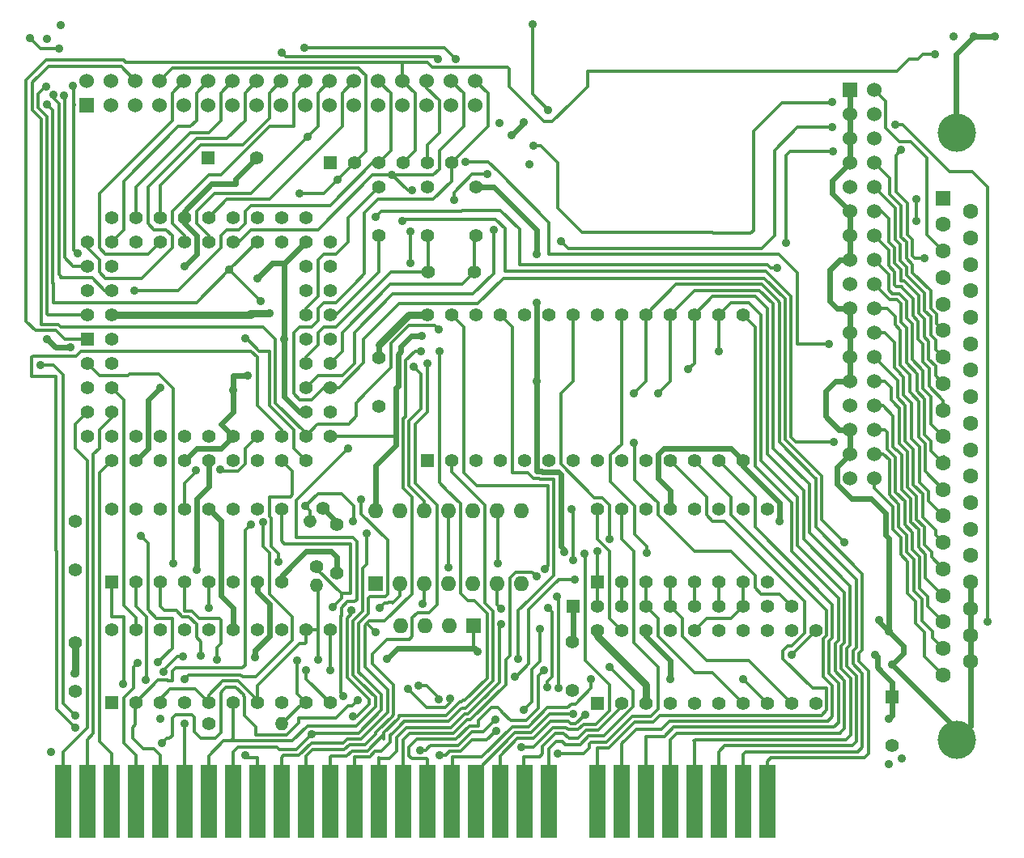
<source format=gtl>
%TF.GenerationSoftware,KiCad,Pcbnew,(5.1.6-0)*%
%TF.CreationDate,2020-08-23T17:16:23-05:00*%
%TF.ProjectId,isa_fdc.kicad_DB37-v3.2.1.1_pcb,6973615f-6664-4632-9e6b-696361645f44,rev?*%
%TF.SameCoordinates,Original*%
%TF.FileFunction,Copper,L1,Top*%
%TF.FilePolarity,Positive*%
%FSLAX46Y46*%
G04 Gerber Fmt 4.6, Leading zero omitted, Abs format (unit mm)*
G04 Created by KiCad (PCBNEW (5.1.6-0)) date 2020-08-23 17:16:23*
%MOMM*%
%LPD*%
G01*
G04 APERTURE LIST*
%TA.AperFunction,ConnectorPad*%
%ADD10R,1.778000X7.620000*%
%TD*%
%TA.AperFunction,ComponentPad*%
%ADD11O,1.400000X1.400000*%
%TD*%
%TA.AperFunction,ComponentPad*%
%ADD12C,1.400000*%
%TD*%
%TA.AperFunction,ComponentPad*%
%ADD13R,1.397000X1.397000*%
%TD*%
%TA.AperFunction,ComponentPad*%
%ADD14C,1.397000*%
%TD*%
%TA.AperFunction,ComponentPad*%
%ADD15C,4.000000*%
%TD*%
%TA.AperFunction,ComponentPad*%
%ADD16C,1.600000*%
%TD*%
%TA.AperFunction,ComponentPad*%
%ADD17R,1.600000X1.600000*%
%TD*%
%TA.AperFunction,ComponentPad*%
%ADD18C,1.524000*%
%TD*%
%TA.AperFunction,ComponentPad*%
%ADD19R,1.524000X1.524000*%
%TD*%
%TA.AperFunction,ComponentPad*%
%ADD20O,1.600000X1.600000*%
%TD*%
%TA.AperFunction,ViaPad*%
%ADD21C,0.889000*%
%TD*%
%TA.AperFunction,Conductor*%
%ADD22C,0.368300*%
%TD*%
%TA.AperFunction,Conductor*%
%ADD23C,0.368000*%
%TD*%
%TA.AperFunction,Conductor*%
%ADD24C,0.632460*%
%TD*%
%TA.AperFunction,Conductor*%
%ADD25C,0.632000*%
%TD*%
%TA.AperFunction,Conductor*%
%ADD26C,0.762000*%
%TD*%
G04 APERTURE END LIST*
D10*
%TO.P,BUS1,33*%
%TO.N,/D7*%
X177800000Y-129644500D03*
%TO.P,BUS1,34*%
%TO.N,/D6*%
X175260000Y-129644500D03*
%TO.P,BUS1,35*%
%TO.N,/D5*%
X172720000Y-129644500D03*
%TO.P,BUS1,36*%
%TO.N,/D4*%
X170180000Y-129644500D03*
%TO.P,BUS1,37*%
%TO.N,/D3*%
X167640000Y-129644500D03*
%TO.P,BUS1,38*%
%TO.N,/D2*%
X165100000Y-129644500D03*
%TO.P,BUS1,39*%
%TO.N,/D1*%
X162560000Y-129644500D03*
%TO.P,BUS1,40*%
%TO.N,/D0*%
X160020000Y-129644500D03*
%TO.P,BUS1,42*%
%TO.N,/AEN*%
X154940000Y-129644500D03*
%TO.P,BUS1,43*%
%TO.N,/A19*%
X152400000Y-129644500D03*
%TO.P,BUS1,44*%
%TO.N,/A18*%
X149860000Y-129644500D03*
%TO.P,BUS1,45*%
%TO.N,/A17*%
X147320000Y-129644500D03*
%TO.P,BUS1,46*%
%TO.N,/A16*%
X144780000Y-129644500D03*
%TO.P,BUS1,47*%
%TO.N,/A15*%
X142240000Y-129644500D03*
%TO.P,BUS1,48*%
%TO.N,/A14*%
X139700000Y-129644500D03*
%TO.P,BUS1,49*%
%TO.N,/A13*%
X137160000Y-129644500D03*
%TO.P,BUS1,50*%
%TO.N,/A12*%
X134620000Y-129644500D03*
%TO.P,BUS1,51*%
%TO.N,/A11*%
X132080000Y-129644500D03*
%TO.P,BUS1,52*%
%TO.N,/A10*%
X129540000Y-129644500D03*
%TO.P,BUS1,53*%
%TO.N,/A9*%
X127000000Y-129644500D03*
%TO.P,BUS1,54*%
%TO.N,/A8*%
X124460000Y-129644500D03*
%TO.P,BUS1,55*%
%TO.N,/A7*%
X121920000Y-129644500D03*
%TO.P,BUS1,56*%
%TO.N,/A6*%
X119380000Y-129644500D03*
%TO.P,BUS1,57*%
%TO.N,/A5*%
X116840000Y-129644500D03*
%TO.P,BUS1,58*%
%TO.N,/A4*%
X114300000Y-129644500D03*
%TO.P,BUS1,59*%
%TO.N,/A3*%
X111760000Y-129644500D03*
%TO.P,BUS1,60*%
%TO.N,/A2*%
X109220000Y-129644500D03*
%TO.P,BUS1,61*%
%TO.N,/A1*%
X106680000Y-129644500D03*
%TO.P,BUS1,62*%
%TO.N,/A0*%
X104140000Y-129644500D03*
%TD*%
D11*
%TO.P,R3,2*%
%TO.N,Net-(R3-Pad2)*%
X127040000Y-121580000D03*
D12*
%TO.P,R3,1*%
%TO.N,VCC*%
X119420000Y-121580000D03*
%TD*%
D13*
%TO.P,SW1,1*%
%TO.N,/IRQ3*%
X109220000Y-106680000D03*
D14*
%TO.P,SW1,2*%
%TO.N,/IRQ4*%
X111760000Y-106680000D03*
%TO.P,SW1,3*%
%TO.N,/IRQ5*%
X114300000Y-106680000D03*
%TO.P,SW1,4*%
%TO.N,/IRQ6*%
X116840000Y-106680000D03*
%TO.P,SW1,5*%
%TO.N,Net-(R3-Pad2)*%
X119380000Y-106680000D03*
%TO.P,SW1,6*%
%TO.N,Net-(SW1-Pad6)*%
X121920000Y-106680000D03*
%TO.P,SW1,7*%
%TO.N,GND*%
X124460000Y-106680000D03*
%TO.P,SW1,8*%
X127000000Y-106680000D03*
%TO.P,SW1,9*%
%TO.N,/GT3*%
X127000000Y-99060000D03*
%TO.P,SW1,10*%
%TO.N,/GT2*%
X124460000Y-99060000D03*
%TO.P,SW1,11*%
%TO.N,Net-(SW1-Pad11)*%
X121920000Y-99060000D03*
%TO.P,SW1,12*%
%TO.N,GND*%
X119380000Y-99060000D03*
%TO.P,SW1,13*%
%TO.N,/FDC_IRQ*%
X116840000Y-99060000D03*
%TO.P,SW1,14*%
X114300000Y-99060000D03*
%TO.P,SW1,15*%
X111760000Y-99060000D03*
%TO.P,SW1,16*%
X109220000Y-99060000D03*
%TD*%
%TO.P,U6,20*%
%TO.N,VCC*%
X109220000Y-111710000D03*
%TO.P,U6,19*%
%TO.N,/~FDC_CS*%
X111760000Y-111710000D03*
%TO.P,U6,18*%
%TO.N,GND*%
X114300000Y-111710000D03*
%TO.P,U6,17*%
X116840000Y-111710000D03*
%TO.P,U6,16*%
X119380000Y-111710000D03*
%TO.P,U6,15*%
X121920000Y-111710000D03*
%TO.P,U6,14*%
%TO.N,VCC*%
X124460000Y-111710000D03*
%TO.P,U6,13*%
%TO.N,/A9*%
X127000000Y-111710000D03*
%TO.P,U6,12*%
%TO.N,VCC*%
X129540000Y-111710000D03*
%TO.P,U6,11*%
%TO.N,/A8*%
X132080000Y-111710000D03*
%TO.P,U6,10*%
%TO.N,GND*%
X132080000Y-119330000D03*
%TO.P,U6,9*%
%TO.N,Net-(R3-Pad2)*%
X129540000Y-119330000D03*
%TO.P,U6,8*%
%TO.N,/A7*%
X127000000Y-119330000D03*
%TO.P,U6,7*%
%TO.N,VCC*%
X124460000Y-119330000D03*
%TO.P,U6,6*%
%TO.N,/A6*%
X121920000Y-119330000D03*
%TO.P,U6,5*%
%TO.N,VCC*%
X119380000Y-119330000D03*
%TO.P,U6,4*%
%TO.N,/A5*%
X116840000Y-119330000D03*
%TO.P,U6,3*%
%TO.N,VCC*%
X114300000Y-119330000D03*
%TO.P,U6,2*%
%TO.N,/A4*%
X111760000Y-119330000D03*
D13*
%TO.P,U6,1*%
%TO.N,/AEN*%
X109220000Y-119330000D03*
%TD*%
D15*
%TO.P,P2,0*%
%TO.N,GND*%
X197647500Y-59750000D03*
X197647500Y-123250000D03*
D16*
%TO.P,P2,37*%
X199067500Y-115045000D03*
%TO.P,P2,36*%
X199067500Y-112275000D03*
%TO.P,P2,35*%
X199067500Y-109505000D03*
%TO.P,P2,34*%
X199067500Y-106735000D03*
%TO.P,P2,33*%
X199067500Y-103965000D03*
%TO.P,P2,32*%
X199067500Y-101195000D03*
%TO.P,P2,31*%
X199067500Y-98425000D03*
%TO.P,P2,30*%
X199067500Y-95655000D03*
%TO.P,P2,29*%
X199067500Y-92885000D03*
%TO.P,P2,28*%
X199067500Y-90115000D03*
%TO.P,P2,27*%
X199067500Y-87345000D03*
%TO.P,P2,26*%
X199067500Y-84575000D03*
%TO.P,P2,25*%
X199067500Y-81805000D03*
%TO.P,P2,24*%
X199067500Y-79035000D03*
%TO.P,P2,23*%
X199067500Y-76265000D03*
%TO.P,P2,22*%
X199067500Y-73495000D03*
%TO.P,P2,21*%
X199067500Y-70725000D03*
%TO.P,P2,20*%
X199067500Y-67955000D03*
%TO.P,P2,19*%
%TO.N,/DSKCG*%
X196227500Y-116430000D03*
%TO.P,P2,18*%
%TO.N,/HDSEL*%
X196227500Y-113660000D03*
%TO.P,P2,17*%
%TO.N,/RDATA*%
X196227500Y-110890000D03*
%TO.P,P2,16*%
%TO.N,/WP*%
X196227500Y-108120000D03*
%TO.P,P2,15*%
%TO.N,/TRK00*%
X196227500Y-105350000D03*
%TO.P,P2,14*%
%TO.N,/WE*%
X196227500Y-102580000D03*
%TO.P,P2,13*%
%TO.N,/WDATA*%
X196227500Y-99810000D03*
%TO.P,P2,12*%
%TO.N,/STEP*%
X196227500Y-97040000D03*
%TO.P,P2,11*%
%TO.N,/DIR*%
X196227500Y-94270000D03*
%TO.P,P2,10*%
%TO.N,/ME3*%
X196227500Y-91500000D03*
%TO.P,P2,9*%
%TO.N,/DS2*%
X196227500Y-88730000D03*
%TO.P,P2,8*%
%TO.N,/DS3*%
X196227500Y-85960000D03*
%TO.P,P2,7*%
%TO.N,/ME2*%
X196227500Y-83190000D03*
%TO.P,P2,6*%
%TO.N,/INDEX*%
X196227500Y-80420000D03*
%TO.P,P2,5*%
%TO.N,Net-(P2-Pad5)*%
X196227500Y-77650000D03*
%TO.P,P2,4*%
%TO.N,Net-(P2-Pad4)*%
X196227500Y-74880000D03*
%TO.P,P2,3*%
%TO.N,/DENSL*%
X196227500Y-72110000D03*
%TO.P,P2,2*%
%TO.N,Net-(P2-Pad2)*%
X196227500Y-69340000D03*
D17*
%TO.P,P2,1*%
%TO.N,Net-(P2-Pad1)*%
X196227500Y-66570000D03*
%TD*%
D18*
%TO.P,P3,34*%
%TO.N,/DSKCG*%
X189010000Y-95870000D03*
%TO.P,P3,33*%
%TO.N,Net-(P3-Pad33)*%
X186470000Y-95870000D03*
%TO.P,P3,32*%
%TO.N,/HDSEL*%
X189010000Y-93330000D03*
%TO.P,P3,31*%
%TO.N,GND*%
X186470000Y-93330000D03*
%TO.P,P3,29*%
X186470000Y-90790000D03*
%TO.P,P3,30*%
%TO.N,/RDATA*%
X189010000Y-90790000D03*
%TO.P,P3,27*%
%TO.N,Net-(P3-Pad27)*%
X186470000Y-88250000D03*
%TO.P,P3,28*%
%TO.N,/WP*%
X189010000Y-88250000D03*
%TO.P,P3,26*%
%TO.N,/TRK00*%
X189010000Y-85710000D03*
%TO.P,P3,25*%
%TO.N,GND*%
X186470000Y-85710000D03*
%TO.P,P3,24*%
%TO.N,/WE*%
X189010000Y-83170000D03*
%TO.P,P3,23*%
%TO.N,GND*%
X186470000Y-83170000D03*
%TO.P,P3,22*%
%TO.N,/WDATA*%
X189010000Y-80630000D03*
%TO.P,P3,21*%
%TO.N,GND*%
X186470000Y-80630000D03*
%TO.P,P3,20*%
%TO.N,/STEP*%
X189010000Y-78090000D03*
%TO.P,P3,19*%
%TO.N,GND*%
X186470000Y-78090000D03*
%TO.P,P3,18*%
%TO.N,/DIR*%
X189010000Y-75550000D03*
%TO.P,P3,17*%
%TO.N,Net-(P3-Pad17)*%
X186470000Y-75550000D03*
%TO.P,P3,16*%
%TO.N,/ME3*%
X189010000Y-73010000D03*
%TO.P,P3,15*%
%TO.N,GND*%
X186470000Y-73010000D03*
%TO.P,P3,14*%
%TO.N,/DS2*%
X189010000Y-70470000D03*
%TO.P,P3,13*%
%TO.N,GND*%
X186470000Y-70470000D03*
%TO.P,P3,12*%
%TO.N,/DS3*%
X189010000Y-67930000D03*
%TO.P,P3,11*%
%TO.N,GND*%
X186470000Y-67930000D03*
%TO.P,P3,10*%
%TO.N,/ME2*%
X189010000Y-65390000D03*
%TO.P,P3,9*%
%TO.N,Net-(P3-Pad9)*%
X186470000Y-65390000D03*
%TO.P,P3,8*%
%TO.N,/INDEX*%
X189010000Y-62850000D03*
%TO.P,P3,7*%
%TO.N,GND*%
X186470000Y-62850000D03*
%TO.P,P3,6*%
%TO.N,/DRATE0*%
X189010000Y-60310000D03*
%TO.P,P3,5*%
%TO.N,GND*%
X186470000Y-60310000D03*
%TO.P,P3,4*%
%TO.N,Net-(P3-Pad4)*%
X189010000Y-57770000D03*
%TO.P,P3,3*%
%TO.N,GND*%
X186470000Y-57770000D03*
%TO.P,P3,2*%
%TO.N,/DENSL*%
X189010000Y-55230000D03*
D19*
%TO.P,P3,1*%
%TO.N,GND*%
X186470000Y-55230000D03*
%TD*%
D12*
%TO.P,R2,1*%
%TO.N,/GT3*%
X130690000Y-105120000D03*
D11*
%TO.P,R2,2*%
%TO.N,VCC*%
X130690000Y-107020000D03*
%TD*%
%TO.P,R1,2*%
%TO.N,/GT2*%
%TA.AperFunction,ComponentPad*%
G36*
G01*
X130501472Y-99868528D02*
X130501472Y-99868528D01*
G75*
G02*
X130501472Y-100858478I-494975J-494975D01*
G01*
X130501472Y-100858478D01*
G75*
G02*
X129511522Y-100858478I-494975J494975D01*
G01*
X129511522Y-100858478D01*
G75*
G02*
X129511522Y-99868528I494975J494975D01*
G01*
X129511522Y-99868528D01*
G75*
G02*
X130501472Y-99868528I494975J-494975D01*
G01*
G37*
%TD.AperFunction*%
D12*
%TO.P,R1,1*%
%TO.N,VCC*%
X131350000Y-99020000D03*
%TD*%
D17*
%TO.P,U2,1*%
%TO.N,/GT3*%
X136880000Y-106910000D03*
D20*
%TO.P,U2,8*%
%TO.N,/DRQ2*%
X152120000Y-99290000D03*
%TO.P,U2,2*%
%TO.N,/~DACK3*%
X139420000Y-106910000D03*
%TO.P,U2,9*%
%TO.N,/DRQ*%
X149580000Y-99290000D03*
%TO.P,U2,3*%
%TO.N,/~DACK*%
X141960000Y-106910000D03*
%TO.P,U2,10*%
%TO.N,/GT2*%
X147040000Y-99290000D03*
%TO.P,U2,4*%
%TO.N,/GT3*%
X144500000Y-106910000D03*
%TO.P,U2,11*%
%TO.N,/~DACK*%
X144500000Y-99290000D03*
%TO.P,U2,5*%
%TO.N,/DRQ*%
X147040000Y-106910000D03*
%TO.P,U2,12*%
%TO.N,/~DACK2*%
X141960000Y-99290000D03*
%TO.P,U2,6*%
%TO.N,/DRQ3*%
X149580000Y-106910000D03*
%TO.P,U2,13*%
%TO.N,/GT2*%
X139420000Y-99290000D03*
%TO.P,U2,7*%
%TO.N,GND*%
X152120000Y-106910000D03*
%TO.P,U2,14*%
%TO.N,VCC*%
X136880000Y-99290000D03*
%TD*%
D14*
%TO.P,C2,1*%
%TO.N,VCC*%
X132790000Y-100680000D03*
%TO.P,C2,2*%
%TO.N,GND*%
X132790000Y-105760000D03*
%TD*%
%TO.P,C11,2*%
%TO.N,GND*%
X190890000Y-123800000D03*
D13*
%TO.P,C11,1*%
%TO.N,VCC*%
X190890000Y-118720000D03*
%TD*%
%TO.P,C12,1*%
%TO.N,VCC*%
X119350000Y-62340000D03*
D14*
%TO.P,C12,2*%
%TO.N,GND*%
X124430000Y-62340000D03*
%TD*%
D13*
%TO.P,U5,1*%
%TO.N,GND*%
X160020000Y-119380000D03*
D14*
%TO.P,U5,2*%
%TO.N,/A19*%
X162560000Y-119380000D03*
%TO.P,U5,3*%
%TO.N,VCC*%
X165100000Y-119380000D03*
%TO.P,U5,4*%
%TO.N,/A18*%
X167640000Y-119380000D03*
%TO.P,U5,5*%
%TO.N,VCC*%
X170180000Y-119380000D03*
%TO.P,U5,6*%
%TO.N,/A17*%
X172720000Y-119380000D03*
%TO.P,U5,7*%
%TO.N,Net-(RR1-Pad4)*%
X175260000Y-119380000D03*
%TO.P,U5,8*%
%TO.N,/A16*%
X177800000Y-119380000D03*
%TO.P,U5,9*%
%TO.N,Net-(RR1-Pad5)*%
X180340000Y-119380000D03*
%TO.P,U5,10*%
%TO.N,GND*%
X182880000Y-119380000D03*
%TO.P,U5,11*%
%TO.N,/A15*%
X182880000Y-111760000D03*
%TO.P,U5,12*%
%TO.N,Net-(RR1-Pad6)*%
X180340000Y-111760000D03*
%TO.P,U5,13*%
%TO.N,/A14*%
X177800000Y-111760000D03*
%TO.P,U5,14*%
%TO.N,Net-(RR1-Pad7)*%
X175260000Y-111760000D03*
%TO.P,U5,15*%
%TO.N,/A13*%
X172720000Y-111760000D03*
%TO.P,U5,16*%
%TO.N,Net-(RR1-Pad8)*%
X170180000Y-111760000D03*
%TO.P,U5,17*%
%TO.N,GND*%
X167640000Y-111760000D03*
%TO.P,U5,18*%
X165100000Y-111760000D03*
%TO.P,U5,19*%
%TO.N,/~ROM_CS_IN*%
X162560000Y-111760000D03*
%TO.P,U5,20*%
%TO.N,VCC*%
X160020000Y-111760000D03*
%TD*%
D13*
%TO.P,SW2,1*%
%TO.N,/~ROM_CS*%
X160020000Y-106680000D03*
D14*
%TO.P,SW2,2*%
%TO.N,/~ROMW*%
X162560000Y-106680000D03*
%TO.P,SW2,3*%
%TO.N,Net-(RR1-Pad4)*%
X165100000Y-106680000D03*
%TO.P,SW2,4*%
%TO.N,Net-(RR1-Pad5)*%
X167640000Y-106680000D03*
%TO.P,SW2,5*%
%TO.N,Net-(RR1-Pad6)*%
X170180000Y-106680000D03*
%TO.P,SW2,6*%
%TO.N,Net-(RR1-Pad7)*%
X172720000Y-106680000D03*
%TO.P,SW2,7*%
%TO.N,Net-(RR1-Pad8)*%
X175260000Y-106680000D03*
%TO.P,SW2,8*%
%TO.N,Net-(SW2-Pad8)*%
X177800000Y-106680000D03*
%TO.P,SW2,9*%
%TO.N,Net-(SW2-Pad9)*%
X177800000Y-99060000D03*
%TO.P,SW2,10*%
%TO.N,GND*%
X175260000Y-99060000D03*
%TO.P,SW2,11*%
X172720000Y-99060000D03*
%TO.P,SW2,12*%
X170180000Y-99060000D03*
%TO.P,SW2,13*%
X167640000Y-99060000D03*
%TO.P,SW2,14*%
X165100000Y-99060000D03*
%TO.P,SW2,15*%
%TO.N,/~MEMW*%
X162560000Y-99060000D03*
%TO.P,SW2,16*%
%TO.N,/~ROM_CS_IN*%
X160020000Y-99060000D03*
%TD*%
%TO.P,C1,1*%
%TO.N,VCC*%
X105410000Y-100330000D03*
%TO.P,C1,2*%
%TO.N,GND*%
X105410000Y-105410000D03*
%TD*%
%TO.P,C7,1*%
%TO.N,VCC*%
X105410000Y-113030000D03*
%TO.P,C7,2*%
%TO.N,GND*%
X105410000Y-118110000D03*
%TD*%
%TO.P,C5,1*%
%TO.N,VCC*%
X157470000Y-113020000D03*
%TO.P,C5,2*%
%TO.N,GND*%
X157470000Y-118100000D03*
%TD*%
%TO.P,C4,1*%
%TO.N,VCC*%
X137170000Y-83310000D03*
%TO.P,C4,2*%
%TO.N,GND*%
X137170000Y-88390000D03*
%TD*%
%TO.P,C16,1*%
%TO.N,Net-(C16-Pad1)*%
X142240000Y-70485000D03*
%TO.P,C16,2*%
%TO.N,GND*%
X142240000Y-65405000D03*
%TD*%
%TO.P,C15,1*%
%TO.N,Net-(C15-Pad1)*%
X147320000Y-70485000D03*
%TO.P,C15,2*%
%TO.N,GND*%
X147320000Y-65405000D03*
%TD*%
D13*
%TO.P,U4,1*%
%TO.N,/RDY/~BUSY*%
X142240000Y-93980000D03*
D14*
%TO.P,U4,2*%
%TO.N,/A12*%
X144780000Y-93980000D03*
%TO.P,U4,3*%
%TO.N,/A7*%
X147320000Y-93980000D03*
%TO.P,U4,4*%
%TO.N,/A6*%
X149860000Y-93980000D03*
%TO.P,U4,5*%
%TO.N,/A5*%
X152400000Y-93980000D03*
%TO.P,U4,6*%
%TO.N,/A4*%
X154940000Y-93980000D03*
%TO.P,U4,7*%
%TO.N,/A3*%
X157480000Y-93980000D03*
%TO.P,U4,8*%
%TO.N,/A2*%
X160020000Y-93980000D03*
%TO.P,U4,9*%
%TO.N,/A1*%
X162560000Y-93980000D03*
%TO.P,U4,10*%
%TO.N,/A0*%
X165100000Y-93980000D03*
%TO.P,U4,11*%
%TO.N,/D0*%
X167640000Y-93980000D03*
%TO.P,U4,12*%
%TO.N,/D1*%
X170180000Y-93980000D03*
%TO.P,U4,13*%
%TO.N,/D2*%
X172720000Y-93980000D03*
%TO.P,U4,14*%
%TO.N,GND*%
X175260000Y-93980000D03*
%TO.P,U4,15*%
%TO.N,/D3*%
X175260000Y-78740000D03*
%TO.P,U4,16*%
%TO.N,/D4*%
X172720000Y-78740000D03*
%TO.P,U4,17*%
%TO.N,/D5*%
X170180000Y-78740000D03*
%TO.P,U4,18*%
%TO.N,/D6*%
X167640000Y-78740000D03*
%TO.P,U4,19*%
%TO.N,/D7*%
X165100000Y-78740000D03*
%TO.P,U4,20*%
%TO.N,/~ROM_CS*%
X162560000Y-78740000D03*
%TO.P,U4,21*%
%TO.N,/A10*%
X160020000Y-78740000D03*
%TO.P,U4,22*%
%TO.N,/~MEMR*%
X157480000Y-78740000D03*
%TO.P,U4,23*%
%TO.N,/A11*%
X154940000Y-78740000D03*
%TO.P,U4,24*%
%TO.N,/A9*%
X152400000Y-78740000D03*
%TO.P,U4,25*%
%TO.N,/A8*%
X149860000Y-78740000D03*
%TO.P,U4,26*%
%TO.N,Net-(U4-Pad26)*%
X147320000Y-78740000D03*
%TO.P,U4,27*%
%TO.N,/~ROMW*%
X144780000Y-78740000D03*
%TO.P,U4,28*%
%TO.N,VCC*%
X142240000Y-78740000D03*
%TD*%
%TO.P,C17,1*%
%TO.N,Net-(C17-Pad1)*%
X137160000Y-65405000D03*
%TO.P,C17,2*%
%TO.N,Net-(C17-Pad2)*%
X137160000Y-70485000D03*
%TD*%
D13*
%TO.P,U1,1*%
%TO.N,/WP*%
X106680000Y-81280000D03*
D14*
%TO.P,U1,2*%
%TO.N,/TRK00*%
X109220000Y-81280000D03*
%TO.P,U1,3*%
%TO.N,/~DACK*%
X106680000Y-83820000D03*
%TO.P,U1,4*%
%TO.N,/~IOR*%
X109220000Y-83820000D03*
%TO.P,U1,5*%
%TO.N,/~IOW*%
X106680000Y-86360000D03*
%TO.P,U1,6*%
%TO.N,/~FDC_CS*%
X109220000Y-86360000D03*
%TO.P,U1,7*%
%TO.N,/A0*%
X106680000Y-88900000D03*
%TO.P,U1,8*%
%TO.N,/A1*%
X109220000Y-88900000D03*
%TO.P,U1,9*%
%TO.N,GND*%
X106680000Y-91440000D03*
%TO.P,U1,10*%
%TO.N,/A2*%
X109220000Y-93980000D03*
%TO.P,U1,11*%
%TO.N,/D0*%
X109220000Y-91440000D03*
%TO.P,U1,12*%
%TO.N,GND*%
X111760000Y-93980000D03*
%TO.P,U1,13*%
%TO.N,/D1*%
X111760000Y-91440000D03*
%TO.P,U1,14*%
%TO.N,/D2*%
X114300000Y-93980000D03*
%TO.P,U1,15*%
%TO.N,/D3*%
X114300000Y-91440000D03*
%TO.P,U1,16*%
%TO.N,GND*%
X116840000Y-93980000D03*
%TO.P,U1,17*%
%TO.N,/D4*%
X116840000Y-91440000D03*
%TO.P,U1,18*%
%TO.N,VCC*%
X119380000Y-93980000D03*
%TO.P,U1,19*%
%TO.N,/D5*%
X119380000Y-91440000D03*
%TO.P,U1,20*%
%TO.N,/D6*%
X121920000Y-93980000D03*
%TO.P,U1,21*%
%TO.N,GND*%
X121920000Y-91440000D03*
%TO.P,U1,22*%
%TO.N,/D7*%
X124460000Y-93980000D03*
%TO.P,U1,23*%
%TO.N,/FDC_IRQ*%
X124460000Y-91440000D03*
%TO.P,U1,24*%
%TO.N,/DRQ*%
X127000000Y-93980000D03*
%TO.P,U1,25*%
%TO.N,/TC*%
X127000000Y-91440000D03*
%TO.P,U1,26*%
%TO.N,/INDEX*%
X129540000Y-93980000D03*
%TO.P,U1,27*%
%TO.N,VCC*%
X132080000Y-91440000D03*
%TO.P,U1,28*%
%TO.N,/DRATE0*%
X129540000Y-91440000D03*
%TO.P,U1,29*%
%TO.N,Net-(U1-Pad29)*%
X132080000Y-88900000D03*
%TO.P,U1,30*%
%TO.N,GND*%
X129540000Y-88900000D03*
%TO.P,U1,31*%
%TO.N,/DSKCG*%
X132080000Y-86360000D03*
%TO.P,U1,32*%
%TO.N,/RESETDRV*%
X129540000Y-86360000D03*
%TO.P,U1,33*%
%TO.N,Net-(C15-Pad1)*%
X132080000Y-83820000D03*
%TO.P,U1,34*%
%TO.N,Net-(C16-Pad1)*%
X129540000Y-83820000D03*
%TO.P,U1,35*%
%TO.N,GND*%
X132080000Y-81280000D03*
%TO.P,U1,36*%
X129540000Y-81280000D03*
%TO.P,U1,37*%
%TO.N,Net-(C17-Pad2)*%
X132080000Y-78740000D03*
%TO.P,U1,38*%
%TO.N,Net-(C17-Pad1)*%
X129540000Y-78740000D03*
%TO.P,U1,39*%
%TO.N,VCC*%
X132080000Y-76200000D03*
%TO.P,U1,40*%
X129540000Y-76200000D03*
%TO.P,U1,41*%
%TO.N,/RDATA*%
X132080000Y-73660000D03*
%TO.P,U1,42*%
%TO.N,Net-(U1-Pad42)*%
X129540000Y-73660000D03*
%TO.P,U1,43*%
%TO.N,Net-(U1-Pad43)*%
X132080000Y-71120000D03*
%TO.P,U1,44*%
%TO.N,Net-(U1-Pad44)*%
X129540000Y-68580000D03*
%TO.P,U1,45*%
%TO.N,GND*%
X129540000Y-71120000D03*
%TO.P,U1,46*%
%TO.N,VCC*%
X127000000Y-68580000D03*
%TO.P,U1,47*%
%TO.N,Net-(U1-Pad47)*%
X127000000Y-71120000D03*
%TO.P,U1,48*%
%TO.N,Net-(U1-Pad48)*%
X124460000Y-68580000D03*
%TO.P,U1,49*%
%TO.N,/DENSL*%
X124460000Y-71120000D03*
%TO.P,U1,50*%
%TO.N,GND*%
X121920000Y-68580000D03*
%TO.P,U1,51*%
%TO.N,/HDSEL*%
X121920000Y-71120000D03*
%TO.P,U1,52*%
%TO.N,/WE*%
X119380000Y-68580000D03*
%TO.P,U1,53*%
%TO.N,/WDATA*%
X119380000Y-71120000D03*
%TO.P,U1,54*%
%TO.N,GND*%
X116840000Y-68580000D03*
%TO.P,U1,55*%
%TO.N,/STEP*%
X116840000Y-71120000D03*
%TO.P,U1,56*%
%TO.N,/DIR*%
X114300000Y-68580000D03*
%TO.P,U1,57*%
%TO.N,/MEA*%
X114300000Y-71120000D03*
%TO.P,U1,58*%
%TO.N,/DSA*%
X111760000Y-68580000D03*
%TO.P,U1,59*%
%TO.N,GND*%
X111760000Y-71120000D03*
%TO.P,U1,60*%
%TO.N,VCC*%
X109220000Y-68580000D03*
%TO.P,U1,61*%
%TO.N,/MEB*%
X106680000Y-71120000D03*
%TO.P,U1,62*%
%TO.N,/DSB*%
X109220000Y-71120000D03*
%TO.P,U1,63*%
%TO.N,/ME2*%
X106680000Y-73660000D03*
%TO.P,U1,64*%
%TO.N,/DS2*%
X109220000Y-73660000D03*
%TO.P,U1,65*%
%TO.N,GND*%
X106680000Y-76200000D03*
%TO.P,U1,66*%
%TO.N,/ME3*%
X109220000Y-76200000D03*
%TO.P,U1,67*%
%TO.N,/DS3*%
X106680000Y-78740000D03*
%TO.P,U1,68*%
%TO.N,VCC*%
X109220000Y-78740000D03*
%TD*%
D19*
%TO.P,P1,1*%
%TO.N,GND*%
X106670000Y-56840000D03*
D18*
%TO.P,P1,2*%
%TO.N,/DENSL*%
X106670000Y-54300000D03*
%TO.P,P1,3*%
%TO.N,GND*%
X109210000Y-56840000D03*
%TO.P,P1,4*%
%TO.N,Net-(P1-Pad4)*%
X109210000Y-54300000D03*
%TO.P,P1,5*%
%TO.N,GND*%
X111750000Y-56840000D03*
%TO.P,P1,6*%
%TO.N,/DRATE0*%
X111750000Y-54300000D03*
%TO.P,P1,7*%
%TO.N,GND*%
X114290000Y-56840000D03*
%TO.P,P1,8*%
%TO.N,/INDEX*%
X114290000Y-54300000D03*
%TO.P,P1,9*%
%TO.N,Net-(P1-Pad9)*%
X116830000Y-56840000D03*
%TO.P,P1,10*%
%TO.N,/MEA*%
X116830000Y-54300000D03*
%TO.P,P1,11*%
%TO.N,GND*%
X119370000Y-56840000D03*
%TO.P,P1,12*%
%TO.N,/DSB*%
X119370000Y-54300000D03*
%TO.P,P1,13*%
%TO.N,GND*%
X121910000Y-56840000D03*
%TO.P,P1,14*%
%TO.N,/DSA*%
X121910000Y-54300000D03*
%TO.P,P1,15*%
%TO.N,GND*%
X124450000Y-56840000D03*
%TO.P,P1,16*%
%TO.N,/MEB*%
X124450000Y-54300000D03*
%TO.P,P1,17*%
%TO.N,Net-(P1-Pad17)*%
X126990000Y-56840000D03*
%TO.P,P1,18*%
%TO.N,/DIR*%
X126990000Y-54300000D03*
%TO.P,P1,19*%
%TO.N,GND*%
X129530000Y-56840000D03*
%TO.P,P1,20*%
%TO.N,/STEP*%
X129530000Y-54300000D03*
%TO.P,P1,21*%
%TO.N,GND*%
X132070000Y-56840000D03*
%TO.P,P1,22*%
%TO.N,/WDATA*%
X132070000Y-54300000D03*
%TO.P,P1,23*%
%TO.N,GND*%
X134610000Y-56840000D03*
%TO.P,P1,24*%
%TO.N,/WE*%
X134610000Y-54300000D03*
%TO.P,P1,25*%
%TO.N,GND*%
X137150000Y-56840000D03*
%TO.P,P1,26*%
%TO.N,/TRK00*%
X137150000Y-54300000D03*
%TO.P,P1,28*%
%TO.N,/WP*%
X139690000Y-54300000D03*
%TO.P,P1,27*%
%TO.N,Net-(P1-Pad27)*%
X139690000Y-56840000D03*
%TO.P,P1,30*%
%TO.N,/RDATA*%
X142230000Y-54300000D03*
%TO.P,P1,29*%
%TO.N,GND*%
X142230000Y-56840000D03*
%TO.P,P1,31*%
X144770000Y-56840000D03*
%TO.P,P1,32*%
%TO.N,/HDSEL*%
X144770000Y-54300000D03*
%TO.P,P1,33*%
%TO.N,Net-(P1-Pad33)*%
X147310000Y-56840000D03*
%TO.P,P1,34*%
%TO.N,/DSKCG*%
X147310000Y-54300000D03*
%TD*%
D13*
%TO.P,RR1,1*%
%TO.N,VCC*%
X157480000Y-109220000D03*
D14*
%TO.P,RR1,2*%
%TO.N,/~ROM_CS*%
X160020000Y-109220000D03*
%TO.P,RR1,3*%
%TO.N,/~ROMW*%
X162560000Y-109220000D03*
%TO.P,RR1,4*%
%TO.N,Net-(RR1-Pad4)*%
X165100000Y-109220000D03*
%TO.P,RR1,5*%
%TO.N,Net-(RR1-Pad5)*%
X167640000Y-109220000D03*
%TO.P,RR1,6*%
%TO.N,Net-(RR1-Pad6)*%
X170180000Y-109220000D03*
%TO.P,RR1,7*%
%TO.N,Net-(RR1-Pad7)*%
X172720000Y-109220000D03*
%TO.P,RR1,8*%
%TO.N,Net-(RR1-Pad8)*%
X175260000Y-109220000D03*
%TO.P,RR1,9*%
%TO.N,Net-(RR1-Pad9)*%
X177800000Y-109220000D03*
%TO.P,RR1,10*%
%TO.N,/RDY/~BUSY*%
X180340000Y-109220000D03*
%TD*%
%TO.P,RR2,6*%
%TO.N,/DSKCG*%
X144780000Y-62865000D03*
%TO.P,RR2,5*%
%TO.N,/RDATA*%
X142240000Y-62865000D03*
%TO.P,RR2,4*%
%TO.N,/WP*%
X139700000Y-62865000D03*
%TO.P,RR2,3*%
%TO.N,/TRK00*%
X137160000Y-62865000D03*
%TO.P,RR2,2*%
%TO.N,/INDEX*%
X134620000Y-62865000D03*
D13*
%TO.P,RR2,1*%
%TO.N,VCC*%
X132080000Y-62865000D03*
%TD*%
D14*
%TO.P,X1,1*%
%TO.N,Net-(C15-Pad1)*%
X147220940Y-74295000D03*
%TO.P,X1,2*%
%TO.N,Net-(C16-Pad1)*%
X142339060Y-74295000D03*
%TD*%
D20*
%TO.P,RR3,4*%
%TO.N,Net-(RR3-Pad4)*%
X139460000Y-111320000D03*
%TO.P,RR3,3*%
%TO.N,/CARDSEL1*%
X142000000Y-111320000D03*
%TO.P,RR3,2*%
%TO.N,/CARDSEL2*%
X144540000Y-111320000D03*
D17*
%TO.P,RR3,1*%
%TO.N,VCC*%
X147080000Y-111320000D03*
%TD*%
D21*
%TO.N,*%
X114320000Y-121000000D03*
%TO.N,/A10*%
X142240000Y-83820000D03*
%TO.N,/A11*%
X143510000Y-82550000D03*
%TO.N,/A13*%
X150024521Y-111090000D03*
%TO.N,/A14*%
X153700000Y-106170000D03*
%TO.N,/A15*%
X154460000Y-115920000D03*
X180340000Y-114300000D03*
%TO.N,/A16*%
X159385000Y-116840000D03*
X175260000Y-116840000D03*
%TO.N,/A17*%
X157535897Y-120541466D03*
%TO.N,/A18*%
X158823920Y-120581218D03*
%TO.N,/A3*%
X112310000Y-101910000D03*
X111950000Y-115150000D03*
X114076170Y-115143584D03*
%TO.N,/A4*%
X123790000Y-100730000D03*
%TO.N,/A5*%
X116900000Y-116870000D03*
X125070000Y-100470000D03*
X116882660Y-121573660D03*
%TO.N,/A6*%
X135970000Y-101600000D03*
%TO.N,/A7*%
X135360000Y-98120000D03*
X130144796Y-122653399D03*
%TO.N,/A8*%
X132080000Y-115940000D03*
X123200759Y-124854397D03*
X151797496Y-114797490D03*
%TO.N,/A9*%
X141605000Y-82550000D03*
X136880000Y-111990000D03*
%TO.N,/AEN*%
X161290000Y-115570000D03*
X114662105Y-116124989D03*
X116750000Y-114520000D03*
%TO.N,/D4*%
X172720000Y-82550000D03*
%TO.N,/D5*%
X169545000Y-84455000D03*
%TO.N,/D6*%
X166370000Y-86995000D03*
%TO.N,/D7*%
X163830000Y-86995000D03*
%TO.N,/DENSL*%
X102500000Y-56750000D03*
X184610000Y-56540000D03*
X121505000Y-74075000D03*
X124810000Y-77380000D03*
X153353622Y-61053622D03*
%TO.N,/DIR*%
X127000000Y-51310000D03*
X143412831Y-52017340D03*
%TO.N,/DRQ2*%
X157520000Y-104470000D03*
X157320000Y-99070000D03*
%TO.N,/DSKCG*%
X185875000Y-102545000D03*
%TO.N,/HDSEL*%
X184810000Y-92080000D03*
X139650000Y-69000000D03*
X140670000Y-65780000D03*
X138575000Y-64135000D03*
%TO.N,/INDEX*%
X178880000Y-73860000D03*
X123270000Y-81230000D03*
X128905000Y-66040000D03*
X132882500Y-64602500D03*
X136880000Y-68520000D03*
X184680000Y-61650000D03*
X179760000Y-71260000D03*
%TO.N,/IRQ3*%
X110480000Y-117410000D03*
%TO.N,/IRQ4*%
X112803573Y-116938369D03*
%TO.N,/IRQ5*%
X118608309Y-114416417D03*
%TO.N,/IRQ6*%
X120260000Y-114810000D03*
%TO.N,/RDATA*%
X191180000Y-58880000D03*
X200850000Y-110871000D03*
%TO.N,/RDY/~BUSY*%
X163880000Y-92140000D03*
%TO.N,/RESETDRV*%
X149225000Y-69850000D03*
%TO.N,/STEP*%
X129432361Y-50867314D03*
X145203627Y-52017340D03*
%TO.N,/TC*%
X105410000Y-121920000D03*
%TO.N,/TRK00*%
X191810000Y-61540000D03*
X111590000Y-76200000D03*
X194260000Y-72820000D03*
%TO.N,/WDATA*%
X146260000Y-62770000D03*
X129747500Y-60117500D03*
X184260151Y-81830151D03*
%TO.N,/WP*%
X195360000Y-51500000D03*
%TO.N,/~DACK2*%
X103790000Y-50950000D03*
X154910000Y-57320000D03*
X153270000Y-48400000D03*
X101780000Y-84030000D03*
X105410000Y-120650000D03*
X140850000Y-84180000D03*
X140530000Y-73340000D03*
X140530000Y-70030000D03*
X145040000Y-66800000D03*
X148510000Y-64090000D03*
X100665000Y-49825000D03*
%TO.N,/~FDC_CS*%
X114480000Y-123600000D03*
X134980000Y-119060000D03*
%TO.N,/~IOR*%
X133985000Y-92710000D03*
X133490000Y-118622510D03*
%TO.N,/~IOW*%
X134510000Y-120750000D03*
X134345971Y-109665971D03*
%TO.N,/~MEMR*%
X158740000Y-103730000D03*
X161340000Y-102270000D03*
X152061744Y-123986531D03*
%TO.N,/~MEMW*%
X155930000Y-124710000D03*
%TO.N,/~ROMW*%
X154520000Y-105350000D03*
%TO.N,/~ROM_CS*%
X165220000Y-103700000D03*
X160020000Y-103505000D03*
X157660000Y-106490000D03*
X151400000Y-116610000D03*
%TO.N,GND*%
X124250000Y-114620000D03*
X191870000Y-125140000D03*
X190500000Y-125730000D03*
X102870000Y-124460000D03*
X151080000Y-60005000D03*
X102470000Y-49910000D03*
X153670000Y-77470000D03*
X152390000Y-58670000D03*
X153670000Y-85725000D03*
X121920000Y-86677500D03*
X189550000Y-110690000D03*
X167640000Y-116840000D03*
X103930000Y-48450000D03*
X179070000Y-100330000D03*
X190510000Y-111850000D03*
X114300000Y-86360000D03*
X153670000Y-72390000D03*
X199400000Y-49660000D03*
X124460000Y-74930000D03*
X201670000Y-49680000D03*
X149810000Y-58735000D03*
X116840000Y-73660000D03*
X127317500Y-81280000D03*
X102500000Y-81290000D03*
X197280000Y-49630000D03*
X123507500Y-85090000D03*
X104970000Y-82190000D03*
X156620000Y-103590000D03*
X190840000Y-115360000D03*
X129604472Y-115964387D03*
%TO.N,VCC*%
X138050000Y-114770000D03*
X141660000Y-80990000D03*
X105390000Y-116330000D03*
X125760000Y-78640000D03*
X118110000Y-105410000D03*
X152970000Y-63040000D03*
X190560000Y-121000000D03*
X189140000Y-114340000D03*
X130850000Y-114860000D03*
X147547490Y-114005018D03*
%TO.N,/DRATE0*%
X143470000Y-80290000D03*
X156260000Y-71090000D03*
X184600000Y-59100000D03*
%TO.N,/ME2*%
X104296109Y-55865517D03*
%TO.N,/DS3*%
X102360000Y-54910000D03*
%TO.N,/DS2*%
X105690000Y-72370000D03*
X105169407Y-54847075D03*
%TO.N,/ME3*%
X193410000Y-66650000D03*
X193410000Y-68970000D03*
X103155449Y-55792231D03*
%TO.N,/FDC_IRQ*%
X118090000Y-95000000D03*
X120640000Y-94940000D03*
%TO.N,/~DACK3*%
X155990000Y-117810000D03*
X155830000Y-108250000D03*
X143524000Y-124824510D03*
X137280000Y-109410000D03*
X149489442Y-122273010D03*
%TO.N,/DRQ3*%
X154910000Y-109430000D03*
X141527225Y-124299166D03*
X149986083Y-109534737D03*
X154824486Y-117737490D03*
X149377490Y-121130000D03*
%TO.N,/DRQ*%
X149660000Y-104810000D03*
X126710000Y-104640000D03*
%TO.N,/~DACK*%
X115680000Y-104780000D03*
X144440000Y-105180000D03*
X141790000Y-109030802D03*
%TO.N,/GT2*%
X134530000Y-100340000D03*
X129530000Y-98770000D03*
%TO.N,/GT3*%
X132396440Y-109331698D03*
%TO.N,/CARDSEL2*%
X143480000Y-118980000D03*
X141315116Y-117541762D03*
%TO.N,/CARDSEL1*%
X140218842Y-117865276D03*
X144657823Y-118935746D03*
%TO.N,Net-(JP1-Pad1)*%
X152340000Y-120110000D03*
X154060000Y-111670000D03*
%TO.N,Net-(R3-Pad2)*%
X119380000Y-109460000D03*
X128640000Y-114950000D03*
%TD*%
D22*
%TO.N,/A0*%
X105410000Y-92710000D02*
X105410000Y-90170000D01*
X104140000Y-124460000D02*
X106680000Y-121920000D01*
X106680000Y-121920000D02*
X106680000Y-93980000D01*
X105410000Y-90170000D02*
X106680000Y-88900000D01*
X106680000Y-93980000D02*
X105410000Y-92710000D01*
X104140000Y-124460000D02*
X104140000Y-129200000D01*
%TO.N,/A1*%
X107315000Y-93345000D02*
X107315000Y-122555000D01*
X109220000Y-89535000D02*
X107950000Y-90805000D01*
X106680000Y-123190000D02*
X107315000Y-122555000D01*
X109220000Y-88900000D02*
X109220000Y-89535000D01*
X107950000Y-92710000D02*
X107950000Y-90805000D01*
X107315000Y-93345000D02*
X107950000Y-92710000D01*
X106680000Y-123190000D02*
X106680000Y-129200000D01*
%TO.N,/A10*%
X140970000Y-90170000D02*
X140970000Y-96360000D01*
X142240000Y-88900000D02*
X140970000Y-90170000D01*
X142240000Y-83820000D02*
X142240000Y-88900000D01*
X143261849Y-98651849D02*
X143261849Y-109094475D01*
X129608002Y-124953698D02*
X129608002Y-129131998D01*
X140970000Y-96360000D02*
X143261849Y-98651849D01*
X138520026Y-120820026D02*
X137185026Y-122155026D01*
D23*
X130273009Y-124288691D02*
X129608002Y-124953698D01*
X137185026Y-122155026D02*
X136856033Y-122484019D01*
X136856033Y-122484019D02*
X136856033Y-122642935D01*
X135742937Y-123756031D02*
X134126154Y-123756031D01*
X136856033Y-122642935D02*
X135742937Y-123756031D01*
X133593494Y-124288691D02*
X130273009Y-124288691D01*
X134126154Y-123756031D02*
X133593494Y-124288691D01*
X141226688Y-109913312D02*
X142443012Y-109913312D01*
X140700000Y-112390000D02*
X140700000Y-110440000D01*
X142443012Y-109913312D02*
X143261849Y-109094475D01*
X140390546Y-112699454D02*
X140700000Y-112390000D01*
X140700000Y-110440000D02*
X141226688Y-109913312D01*
X138050546Y-112699454D02*
X140390546Y-112699454D01*
X136530000Y-115270000D02*
X136530000Y-114220000D01*
X138714322Y-117454322D02*
X136530000Y-115270000D01*
X138520026Y-120820026D02*
X138714322Y-120625730D01*
X136530000Y-114220000D02*
X138050546Y-112699454D01*
X138714322Y-120625730D02*
X138714322Y-117454322D01*
D22*
%TO.N,/A11*%
X143510000Y-96320000D02*
X143510000Y-82550000D01*
X145738151Y-105171827D02*
X145738151Y-105641849D01*
X144310000Y-97120000D02*
X145738151Y-98548151D01*
X143510000Y-96320000D02*
X144310000Y-97120000D01*
X145738151Y-98548151D02*
X145738151Y-105641849D01*
X144310000Y-97120000D02*
X145028151Y-97838151D01*
X132080000Y-125021700D02*
X132080000Y-129200000D01*
D23*
X137720066Y-122500066D02*
X137720066Y-123150066D01*
D22*
X132190850Y-124910850D02*
X132080000Y-125021700D01*
X145738151Y-105641849D02*
X145738151Y-107878151D01*
X139195066Y-121025066D02*
X137720066Y-122500066D01*
D23*
X133539150Y-124910850D02*
X133219150Y-124910850D01*
X133219150Y-124910850D02*
X132190850Y-124910850D01*
X134383793Y-124378042D02*
X133850984Y-124910851D01*
X137720066Y-122658558D02*
X136000582Y-124378042D01*
X137720066Y-122500066D02*
X137720066Y-122658558D01*
X136000582Y-124378042D02*
X134383793Y-124378042D01*
X133850984Y-124910851D02*
X133219150Y-124910850D01*
X139336332Y-120883800D02*
X139195066Y-121025066D01*
X139358344Y-120685680D02*
X139336332Y-120663668D01*
X139336332Y-120663668D02*
X139336332Y-120883800D01*
X145628185Y-119270001D02*
X145506425Y-119391761D01*
X145506213Y-119391761D02*
X144212294Y-120685680D01*
X145506425Y-119391761D02*
X145506213Y-119391761D01*
X146010001Y-119089999D02*
X145829999Y-119270001D01*
X144212294Y-120685680D02*
X139358344Y-120685680D01*
X145829999Y-119270001D02*
X145628185Y-119270001D01*
X146010001Y-119089999D02*
X146190003Y-119089999D01*
X146190003Y-119089999D02*
X148520000Y-116760002D01*
X148520000Y-116760002D02*
X148520000Y-110050000D01*
X148520000Y-110050000D02*
X147160000Y-108690000D01*
X146550000Y-108690000D02*
X145738151Y-107878151D01*
X147160000Y-108690000D02*
X146550000Y-108690000D01*
D22*
%TO.N,/A12*%
X144470000Y-121307840D02*
X141214564Y-121307840D01*
X144780000Y-95197536D02*
X148278151Y-98695687D01*
X144780000Y-93980000D02*
X144780000Y-95197536D01*
X148278151Y-98695687D02*
X148278151Y-108121849D01*
X134620000Y-125021700D02*
X134620000Y-129200000D01*
X139366565Y-121761275D02*
X138608920Y-122518920D01*
D23*
X139366565Y-121761275D02*
X139388725Y-121761275D01*
X139842160Y-121307840D02*
X141214564Y-121307840D01*
X139388725Y-121761275D02*
X139842160Y-121307840D01*
D22*
X145763920Y-120013920D02*
X144470000Y-121307840D01*
D23*
X136236580Y-125021700D02*
X134620000Y-125021700D01*
X138608920Y-122518920D02*
X138392010Y-122735830D01*
X136808227Y-124450053D02*
X136236580Y-125021700D01*
X137410397Y-124450053D02*
X136808227Y-124450053D01*
X138392010Y-122735830D02*
X138392010Y-123468440D01*
X138392010Y-123468440D02*
X137410397Y-124450053D01*
X149142011Y-117017647D02*
X146267645Y-119892011D01*
X149142011Y-109792355D02*
X149142011Y-117017647D01*
X148278151Y-108928495D02*
X149142011Y-109792355D01*
X145885829Y-119892011D02*
X145763920Y-120013920D01*
X148278151Y-108121849D02*
X148278151Y-108928495D01*
X146267645Y-119892011D02*
X145885829Y-119892011D01*
D22*
%TO.N,/A13*%
X146141267Y-120516651D02*
X144727769Y-121930149D01*
X144727769Y-121930149D02*
X141472334Y-121930150D01*
X139624335Y-122383585D02*
X139033960Y-122973960D01*
D23*
X139624335Y-122383585D02*
X139646415Y-122383585D01*
X140099850Y-121930150D02*
X141472334Y-121930150D01*
X139646415Y-122383585D02*
X140099850Y-121930150D01*
D22*
X137160000Y-125080000D02*
X137160000Y-129200000D01*
D23*
X138285291Y-125164021D02*
X137244021Y-125164021D01*
X139054020Y-124395292D02*
X138285291Y-125164021D01*
X139033960Y-122973960D02*
X139054020Y-122994020D01*
X137244021Y-125164021D02*
X137160000Y-125080000D01*
X139054020Y-122994020D02*
X139054020Y-124395292D01*
X146141267Y-120516651D02*
X146522661Y-120516651D01*
X148039656Y-118999656D02*
X148590000Y-118449312D01*
X146522661Y-120516651D02*
X148039656Y-118999656D01*
X149838832Y-117200480D02*
X149838832Y-111275689D01*
X148039656Y-118999656D02*
X149838832Y-117200480D01*
X149838832Y-111275689D02*
X150024521Y-111090000D01*
D22*
%TO.N,/A14*%
X144147540Y-122560080D02*
X144147540Y-122552460D01*
X144147540Y-122552460D02*
X144145000Y-122555000D01*
X151525687Y-105671849D02*
X150881849Y-106315687D01*
X153201849Y-105671849D02*
X151525687Y-105671849D01*
X153700000Y-106170000D02*
X153201849Y-105671849D01*
X139700000Y-123853998D02*
X139700000Y-129200000D01*
X139700000Y-123230000D02*
X139700000Y-123853998D01*
X142451540Y-122552460D02*
X141730104Y-122552460D01*
X144147540Y-122552460D02*
X142451540Y-122552460D01*
X144985538Y-122552460D02*
X142451540Y-122552460D01*
X146399036Y-121138962D02*
X144985538Y-122552460D01*
D23*
X140397540Y-122552460D02*
X141730104Y-122552460D01*
X139720000Y-123230000D02*
X140397540Y-122552460D01*
X139700000Y-123230000D02*
X139720000Y-123230000D01*
D22*
X150881849Y-106315687D02*
X150881849Y-110268151D01*
D23*
X146399036Y-121138962D02*
X146780006Y-121138962D01*
X150460843Y-117458125D02*
X150460843Y-114875413D01*
X150907022Y-114429234D02*
X150907022Y-110293324D01*
X150907022Y-110293324D02*
X150881849Y-110268151D01*
X150460843Y-114875413D02*
X150907022Y-114429234D01*
X146780006Y-121138962D02*
X150460843Y-117458125D01*
D22*
%TO.N,/A15*%
X182880000Y-111760000D02*
X180340000Y-114300000D01*
X144277371Y-123182389D02*
X141990611Y-123182389D01*
X145238010Y-123180069D02*
X144279691Y-123180069D01*
X144279691Y-123180069D02*
X144277371Y-123182389D01*
X146656807Y-121761272D02*
X145238010Y-123180069D01*
X147618729Y-121761271D02*
X146656807Y-121761272D01*
D23*
X141188877Y-123182389D02*
X141990611Y-123182389D01*
X140345404Y-124025862D02*
X141188877Y-123182389D01*
X140668433Y-125210000D02*
X140345404Y-124886971D01*
X142160000Y-125210000D02*
X140668433Y-125210000D01*
X142240000Y-129644500D02*
X142240000Y-125290000D01*
X140345404Y-124886971D02*
X140345404Y-124025862D01*
X142240000Y-125290000D02*
X142160000Y-125210000D01*
D22*
X154460000Y-115920000D02*
X153862161Y-116517839D01*
D23*
X153862161Y-117097839D02*
X153862161Y-116517839D01*
X153862161Y-119959223D02*
X153862161Y-117097839D01*
X151008782Y-121228782D02*
X152592602Y-121228782D01*
X150102731Y-120307269D02*
X150102731Y-120322731D01*
X150102731Y-120322731D02*
X151008782Y-121228782D01*
X148936355Y-119862269D02*
X149657731Y-119862269D01*
X152592602Y-121228782D02*
X153862161Y-119959223D01*
X147618729Y-121761271D02*
X147618729Y-121179895D01*
X149657731Y-119862269D02*
X150102731Y-120307269D01*
X147618729Y-121179895D02*
X148936355Y-119862269D01*
D22*
%TO.N,/A16*%
X177800000Y-119380000D02*
X175260000Y-116840000D01*
X144780000Y-126120000D02*
X144820000Y-126080000D01*
X159385000Y-116840000D02*
X159385000Y-117825000D01*
X144922999Y-125046998D02*
X144922999Y-129057001D01*
X147982765Y-125046998D02*
X144922999Y-125046998D01*
X159385000Y-117825000D02*
X157746242Y-119463758D01*
X151174882Y-121854882D02*
X147982765Y-125046998D01*
D23*
X152579076Y-121850792D02*
X151178972Y-121850792D01*
X151178972Y-121850792D02*
X151174882Y-121854882D01*
X151178972Y-121850792D02*
X152850246Y-121850792D01*
X154821038Y-119880000D02*
X156891261Y-119880000D01*
X152850246Y-121850792D02*
X154821038Y-119880000D01*
X157307503Y-119463758D02*
X157746242Y-119463758D01*
X156891261Y-119880000D02*
X157307503Y-119463758D01*
D22*
%TO.N,/A17*%
X147320000Y-129200000D02*
X147320000Y-126589843D01*
X147320000Y-126589843D02*
X151329922Y-122579922D01*
D23*
X152293146Y-122472802D02*
X152302354Y-122482010D01*
X151437042Y-122472802D02*
X152293146Y-122472802D01*
X151329922Y-122579922D02*
X151437042Y-122472802D01*
X152482010Y-122482010D02*
X152827938Y-122482010D01*
X152302354Y-122482010D02*
X152482010Y-122482010D01*
X153098682Y-122482010D02*
X155039226Y-120541466D01*
X152482010Y-122482010D02*
X153098682Y-122482010D01*
X155039226Y-120541466D02*
X157535897Y-120541466D01*
D22*
%TO.N,/A18*%
X158749462Y-120581218D02*
X158823920Y-120581218D01*
X157781220Y-121549460D02*
X158749462Y-120581218D01*
X157295620Y-121549460D02*
X157781220Y-121549460D01*
X149860000Y-129200000D02*
X149860000Y-124929923D01*
X149860000Y-124929923D02*
X151694961Y-123094961D01*
D23*
X151704021Y-123104021D02*
X151694961Y-123094961D01*
D22*
X157078080Y-121331920D02*
X157295620Y-121549460D01*
D23*
X155160396Y-121299950D02*
X153356325Y-123104021D01*
X156530184Y-121299950D02*
X155160396Y-121299950D01*
X156530333Y-121299801D02*
X156530184Y-121299950D01*
X153356325Y-123104021D02*
X152784021Y-123104021D01*
X157045747Y-121299801D02*
X156530333Y-121299801D01*
X157078080Y-121331920D02*
X157077866Y-121331920D01*
X152784021Y-123104021D02*
X151704021Y-123104021D01*
X157077866Y-121331920D02*
X157045747Y-121299801D01*
X153086007Y-123104021D02*
X152784021Y-123104021D01*
D22*
%TO.N,/A19*%
X160108462Y-122206378D02*
X158884462Y-122206378D01*
X162560000Y-119380000D02*
X162560000Y-119754840D01*
X157996461Y-123094378D02*
X157064542Y-123094378D01*
X162560000Y-119754840D02*
X160108462Y-122206378D01*
X158884462Y-122206378D02*
X157996461Y-123094378D01*
D23*
X152370000Y-124980000D02*
X152370000Y-129614500D01*
X154050002Y-124980000D02*
X152370000Y-124980000D01*
X154317840Y-124712162D02*
X154050002Y-124980000D01*
X154317840Y-123902161D02*
X154317840Y-124712162D01*
X156514135Y-122543971D02*
X155676029Y-122543972D01*
X155676029Y-122543972D02*
X154317840Y-123902161D01*
X152370000Y-129614500D02*
X152400000Y-129644500D01*
X157064542Y-123094378D02*
X156514135Y-122543971D01*
D22*
%TO.N,/A2*%
X109220000Y-124674000D02*
X109220000Y-129200000D01*
X107950000Y-123404000D02*
X109220000Y-124674000D01*
X107950000Y-95250000D02*
X107950000Y-123404000D01*
X109220000Y-93980000D02*
X107950000Y-95250000D01*
%TO.N,/A3*%
X111760000Y-124849000D02*
X111760000Y-129200000D01*
X110490000Y-123579000D02*
X111760000Y-124849000D01*
X110490000Y-119100000D02*
X110490000Y-123579000D01*
D23*
X111505501Y-117785907D02*
X110490000Y-118801408D01*
X111950000Y-115150000D02*
X111505501Y-115594499D01*
X111505501Y-115594499D02*
X111505501Y-117785907D01*
X110490000Y-118801408D02*
X110490000Y-119100000D01*
D22*
X113030000Y-102630000D02*
X113030000Y-109620000D01*
X115570000Y-113649754D02*
X114076170Y-115143584D01*
X115570000Y-110490000D02*
X115570000Y-113649754D01*
X112310000Y-101910000D02*
X113030000Y-102630000D01*
X113030000Y-109620000D02*
X113900000Y-110490000D01*
X113900000Y-110490000D02*
X115570000Y-110490000D01*
%TO.N,/A4*%
X123790000Y-100730000D02*
X123190000Y-101330000D01*
X111728895Y-121639105D02*
X111421000Y-121947000D01*
X111421000Y-121947000D02*
X111421000Y-123097000D01*
X111421000Y-123097000D02*
X112519000Y-124195000D01*
X113629000Y-124195000D02*
X114300000Y-124866000D01*
X112519000Y-124195000D02*
X113629000Y-124195000D01*
X114300000Y-124866000D02*
X114300000Y-129200000D01*
D23*
X111728895Y-119361105D02*
X111760000Y-119330000D01*
X111728895Y-121639105D02*
X111728895Y-119361105D01*
D22*
X123190000Y-104130000D02*
X123190000Y-104280000D01*
X123190000Y-101330000D02*
X123190000Y-104130000D01*
D23*
X114082501Y-117007499D02*
X111760000Y-119330000D01*
X115063601Y-117007499D02*
X114082501Y-117007499D01*
X115600000Y-116040000D02*
X115600000Y-117020000D01*
X115076102Y-117020000D02*
X115063601Y-117007499D01*
X115932010Y-115707990D02*
X115600000Y-116040000D01*
X122881666Y-115707990D02*
X115932010Y-115707990D01*
X123190000Y-115399656D02*
X122881666Y-115707990D01*
X115600000Y-117020000D02*
X115076102Y-117020000D01*
X123190000Y-104130000D02*
X123190000Y-115399656D01*
D22*
%TO.N,/A5*%
X125070000Y-103020000D02*
X125730000Y-103680000D01*
X125070000Y-100470000D02*
X125070000Y-103020000D01*
X125730000Y-103680000D02*
X125730000Y-107950000D01*
X125730000Y-107950000D02*
X128143000Y-110363000D01*
X116882660Y-129157340D02*
X116882660Y-121573660D01*
X116840000Y-129200000D02*
X116882660Y-129157340D01*
D23*
X116877000Y-119367000D02*
X116840000Y-119330000D01*
D22*
X116882660Y-121573660D02*
X116882660Y-121573660D01*
X128143000Y-110363000D02*
X128143000Y-112813000D01*
D23*
X122755292Y-116465978D02*
X120614710Y-116465978D01*
X124290020Y-116665980D02*
X122955294Y-116665980D01*
X128143000Y-112813000D02*
X124290020Y-116665980D01*
X122955294Y-116665980D02*
X122755292Y-116465978D01*
X117304022Y-116465978D02*
X116900000Y-116870000D01*
X120614710Y-116465978D02*
X117304022Y-116465978D01*
D22*
%TO.N,/A6*%
X135910000Y-101600000D02*
X135960000Y-101650000D01*
X135960000Y-104860000D02*
X135500000Y-105320000D01*
X135960000Y-101650000D02*
X135960000Y-104860000D01*
X135500000Y-105320000D02*
X135500000Y-108420000D01*
X135500000Y-108420000D02*
X135500000Y-109723597D01*
X119380000Y-124890000D02*
X119380000Y-129200000D01*
D23*
X120929988Y-123340012D02*
X119380000Y-124890000D01*
X121920000Y-119330000D02*
X121920000Y-123160000D01*
X121739988Y-123340012D02*
X120929988Y-123340012D01*
X121920000Y-123160000D02*
X121739988Y-123340012D01*
X128152081Y-123340012D02*
X121739988Y-123340012D01*
X135248160Y-109982184D02*
X135248160Y-110012528D01*
X135500000Y-108420000D02*
X135500000Y-109730344D01*
X129721195Y-121770898D02*
X128152081Y-123340012D01*
X135500000Y-109730344D02*
X135248160Y-109982184D01*
X135248160Y-110012528D02*
X134495978Y-110764708D01*
X134495978Y-110764708D02*
X134495979Y-116475291D01*
X134495979Y-116475291D02*
X135224710Y-117204022D01*
X134819102Y-121770898D02*
X129721195Y-121770898D01*
X136820000Y-119770000D02*
X134819102Y-121770898D01*
X135224710Y-117204022D02*
X135264710Y-117204022D01*
X135264710Y-117204022D02*
X136820000Y-118759312D01*
X136820000Y-118759312D02*
X136820000Y-119770000D01*
D22*
%TO.N,/A7*%
X138118151Y-102348151D02*
X135360000Y-99590000D01*
X135360000Y-99590000D02*
X135360000Y-98120000D01*
X138118151Y-107997074D02*
X138118151Y-102348151D01*
X121920000Y-129200000D02*
X121920000Y-124500000D01*
D23*
X126807990Y-124232010D02*
X128566185Y-124232010D01*
X128566185Y-124232010D02*
X130144796Y-122653399D01*
X126807990Y-124232010D02*
X126538003Y-123962023D01*
X126538003Y-123962023D02*
X122457977Y-123962023D01*
X122457977Y-123962023D02*
X121920000Y-124500000D01*
X130286184Y-122512011D02*
X130144796Y-122653399D01*
X137470000Y-120110106D02*
X135068095Y-122512011D01*
X135117989Y-111022353D02*
X135117989Y-116217645D01*
X135482355Y-116582011D02*
X135522355Y-116582011D01*
X135522355Y-116582011D02*
X137470000Y-118529656D01*
X135117989Y-116217645D02*
X135482355Y-116582011D01*
X137470000Y-118529656D02*
X137470000Y-120110106D01*
X135068095Y-122512011D02*
X130286184Y-122512011D01*
X136122160Y-109987838D02*
X136122160Y-108437840D01*
X135870171Y-110239827D02*
X136122160Y-109987838D01*
X135870171Y-110270171D02*
X135870171Y-110239827D01*
X135870171Y-110270171D02*
X135117989Y-111022353D01*
X136292388Y-108267612D02*
X137847612Y-108267612D01*
X136122160Y-108437840D02*
X136292388Y-108267612D01*
D22*
X137847612Y-108267612D02*
X138118151Y-107997074D01*
%TO.N,/A8*%
X155495610Y-96003121D02*
X155495610Y-106015719D01*
X151130000Y-95240000D02*
X151180000Y-95290000D01*
X152743132Y-95290000D02*
X153357522Y-95904390D01*
X154018530Y-96003121D02*
X155495610Y-96003121D01*
X149860000Y-78740000D02*
X151130000Y-80010000D01*
X153919799Y-95904390D02*
X154018530Y-96003121D01*
X155495610Y-106015719D02*
X152945593Y-108565736D01*
X153357522Y-95904390D02*
X153919799Y-95904390D01*
X151180000Y-95290000D02*
X152743132Y-95290000D01*
X151130000Y-80010000D02*
X151130000Y-95240000D01*
X124460000Y-129200000D02*
X124460000Y-125093685D01*
D23*
X132080000Y-111710000D02*
X132080000Y-115940000D01*
X132080000Y-115940000D02*
X132080000Y-115940000D01*
X123440047Y-125093685D02*
X123200759Y-124854397D01*
X124460000Y-125093685D02*
X123440047Y-125093685D01*
X152945593Y-108565736D02*
X151797496Y-109713833D01*
X151797496Y-109713833D02*
X151797496Y-114797490D01*
D22*
%TO.N,/A9*%
X139967349Y-89412494D02*
X139725380Y-89654463D01*
X139967349Y-83559034D02*
X139967349Y-89412494D01*
X140976383Y-82550000D02*
X139967349Y-83559034D01*
X139725380Y-89654463D02*
X139725380Y-96875538D01*
X141605000Y-82550000D02*
X140976383Y-82550000D01*
X127000000Y-125059948D02*
X127000000Y-129200000D01*
X139725380Y-96875538D02*
X140658151Y-97808308D01*
X127194974Y-124864974D02*
X127000000Y-125059948D01*
D23*
X140658151Y-107721849D02*
X140658151Y-107971849D01*
D22*
X140658151Y-97808308D02*
X140658151Y-107721849D01*
D23*
X140658151Y-107971849D02*
X137807832Y-110822168D01*
X135325950Y-123134022D02*
X136934986Y-121524986D01*
X128812877Y-124864974D02*
X130141950Y-123535901D01*
X127194974Y-124864974D02*
X128812877Y-124864974D01*
X130141950Y-123535901D02*
X133466628Y-123535901D01*
X133868507Y-123134022D02*
X135325950Y-123134022D01*
X133466628Y-123535901D02*
X133868507Y-123134022D01*
D22*
X138092161Y-120367811D02*
X136934986Y-121524986D01*
D23*
X137807832Y-110822168D02*
X136197830Y-110822168D01*
X135739999Y-115619999D02*
X138092161Y-117972161D01*
X135739999Y-111279999D02*
X135739999Y-115619999D01*
D22*
X138092161Y-117972161D02*
X138092161Y-120367811D01*
D23*
X135954999Y-111064999D02*
X136880000Y-111990000D01*
X136197830Y-110822168D02*
X135954999Y-111064999D01*
X135954999Y-111064999D02*
X135739999Y-111279999D01*
%TO.N,/AEN*%
X116121383Y-114520000D02*
X114662105Y-115979278D01*
X116750000Y-114520000D02*
X116121383Y-114520000D01*
X114662105Y-115979278D02*
X114662105Y-116124989D01*
D22*
X154940000Y-129200000D02*
X154940000Y-124159868D01*
X156662688Y-123716689D02*
X158254231Y-123716689D01*
X163783230Y-118063230D02*
X161290000Y-115570000D01*
X158254231Y-123716689D02*
X159142231Y-122828689D01*
X159142231Y-122828689D02*
X160754229Y-122828689D01*
X160754229Y-122828689D02*
X163783230Y-119799688D01*
X163783230Y-119799688D02*
X163783230Y-118063230D01*
D23*
X155699934Y-123399934D02*
X156345934Y-123399934D01*
D22*
X156378000Y-123432000D02*
X156662688Y-123716689D01*
D23*
X156345934Y-123399934D02*
X156378000Y-123432000D01*
D22*
X154940000Y-124159868D02*
X155699934Y-123399934D01*
%TO.N,/D0*%
X160037309Y-124073309D02*
X160037309Y-129182691D01*
X163972266Y-121370810D02*
X161269767Y-124073308D01*
X166615078Y-120650000D02*
X165894269Y-121370810D01*
X165894269Y-121370810D02*
X163972266Y-121370810D01*
X161046692Y-124073308D02*
X161042000Y-124078000D01*
X183515000Y-120650000D02*
X166615078Y-120650000D01*
X184028641Y-120136359D02*
X183515000Y-120650000D01*
X161269767Y-124073308D02*
X161046692Y-124073308D01*
X179457349Y-114723673D02*
X182549203Y-117815527D01*
X167640000Y-93980000D02*
X171450000Y-97790000D01*
X173355000Y-100330000D02*
X181743349Y-108718349D01*
X179457349Y-113876327D02*
X179457349Y-114723673D01*
X171450000Y-97790000D02*
X171450000Y-99695000D01*
X179916327Y-113417349D02*
X179457349Y-113876327D01*
X182549203Y-117815527D02*
X184028641Y-117815527D01*
X181743349Y-112016573D02*
X180342573Y-113417349D01*
X181743349Y-108718349D02*
X181743349Y-112016573D01*
X184028641Y-117815527D02*
X184028641Y-120136359D01*
X180342573Y-113417349D02*
X179916327Y-113417349D01*
X172085000Y-100330000D02*
X173355000Y-100330000D01*
X171450000Y-99695000D02*
X172085000Y-100330000D01*
X160037309Y-129182691D02*
X160020000Y-129200000D01*
X160042000Y-124078000D02*
X160037309Y-124073309D01*
X161042000Y-124078000D02*
X160042000Y-124078000D01*
%TO.N,/D1*%
X162560000Y-123663153D02*
X162560000Y-129200000D01*
X162836000Y-123437000D02*
X162786154Y-123437000D01*
X164163000Y-122110000D02*
X162836000Y-123437000D01*
X166729000Y-122110000D02*
X164163000Y-122110000D01*
X167554000Y-121285000D02*
X166729000Y-122110000D01*
X184650952Y-120784048D02*
X184150000Y-121285000D01*
X184650952Y-117557758D02*
X184650952Y-120784048D01*
X162786154Y-123437000D02*
X162560000Y-123663153D01*
X173990000Y-97790000D02*
X173990000Y-99695000D01*
X183681202Y-116588008D02*
X184650952Y-117557758D01*
X184150000Y-121285000D02*
X167554000Y-121285000D01*
X183681202Y-112636931D02*
X183681202Y-116588008D01*
X184020952Y-112297181D02*
X183681202Y-112636931D01*
X173990000Y-99695000D02*
X184020952Y-109725952D01*
X170180000Y-93980000D02*
X173990000Y-97790000D01*
X184020952Y-109725952D02*
X184020952Y-112297181D01*
%TO.N,/D2*%
X184785000Y-121914920D02*
X168038080Y-121914920D01*
X184303513Y-116330239D02*
X185273263Y-117299989D01*
X185273263Y-121426657D02*
X184785000Y-121914920D01*
X176530000Y-97790000D02*
X176530000Y-100965000D01*
X185273263Y-117299989D02*
X185273263Y-121426657D01*
X184303513Y-112894700D02*
X184303513Y-116330239D01*
X184643263Y-112554950D02*
X184303513Y-112894700D01*
X172720000Y-93980000D02*
X176530000Y-97790000D01*
X184643263Y-109078263D02*
X184643263Y-112554950D01*
X176530000Y-100965000D02*
X184643263Y-109078263D01*
X167060500Y-122892500D02*
X165114500Y-122892500D01*
X168038080Y-121914920D02*
X167060500Y-122892500D01*
X165100000Y-122907000D02*
X165100000Y-129200000D01*
X165114500Y-122892500D02*
X165100000Y-122907000D01*
%TO.N,/D3*%
X185414920Y-122555000D02*
X185420000Y-122549920D01*
X180340000Y-98425000D02*
X176530000Y-94615000D01*
X176530000Y-80010000D02*
X175260000Y-78740000D01*
X185265574Y-112812719D02*
X185265574Y-108425494D01*
X184925824Y-116072470D02*
X184925824Y-113152469D01*
X185414920Y-122555000D02*
X185895574Y-122074346D01*
X185895574Y-117042220D02*
X184925824Y-116072470D01*
X185265574Y-108425494D02*
X180340000Y-103499920D01*
X180340000Y-103499920D02*
X180340000Y-98425000D01*
X176530000Y-94615000D02*
X176530000Y-80010000D01*
X184925824Y-113152469D02*
X185265574Y-112812719D01*
X185895574Y-122074346D02*
X185895574Y-117042220D01*
X171450000Y-122555000D02*
X171818000Y-122555000D01*
X171818000Y-122555000D02*
X185414920Y-122555000D01*
X167640000Y-123256000D02*
X167640000Y-125230000D01*
X167640000Y-125230000D02*
X167640000Y-129200000D01*
X168341000Y-122555000D02*
X167640000Y-123256000D01*
X171818000Y-122555000D02*
X168341000Y-122555000D01*
%TO.N,/D4*%
X186055000Y-123190000D02*
X186049920Y-123190000D01*
X172725080Y-78734920D02*
X172720000Y-78740000D01*
X172720000Y-82550000D02*
X172720000Y-78740000D01*
X173990000Y-77470000D02*
X175895000Y-77470000D01*
X186517885Y-122727115D02*
X186055000Y-123190000D01*
X180977540Y-102872540D02*
X185887885Y-107782885D01*
X185548135Y-113410238D02*
X185548135Y-115814701D01*
X177165000Y-93980000D02*
X180977540Y-97792540D01*
X180977540Y-97792540D02*
X180977540Y-102872540D01*
X185887885Y-107782885D02*
X185887885Y-113070488D01*
X185887885Y-113070488D02*
X185548135Y-113410238D01*
X172720000Y-78740000D02*
X173990000Y-77470000D01*
X175895000Y-77470000D02*
X177165000Y-78740000D01*
X177165000Y-78740000D02*
X177165000Y-93980000D01*
X185548135Y-115814701D02*
X186517885Y-116784451D01*
X186517885Y-116784451D02*
X186517885Y-122727115D01*
X170180000Y-123356000D02*
X170180000Y-124917000D01*
X170160000Y-123336000D02*
X170180000Y-123356000D01*
X170180000Y-124917000D02*
X170180000Y-129200000D01*
X170306000Y-123190000D02*
X170160000Y-123336000D01*
X186055000Y-123190000D02*
X170306000Y-123190000D01*
%TO.N,/D5*%
X170180000Y-83820000D02*
X170180000Y-78740000D01*
X169545000Y-84455000D02*
X170180000Y-83820000D01*
X187140196Y-123374804D02*
X186690000Y-123825000D01*
X186690000Y-123825000D02*
X173360000Y-123825000D01*
X170180000Y-78740000D02*
X172085000Y-76835000D01*
X186170446Y-115556932D02*
X187140196Y-116526682D01*
X187140196Y-116526682D02*
X187140196Y-123374804D01*
X177800000Y-78105000D02*
X177800000Y-93345000D01*
X186170446Y-113668007D02*
X186170446Y-115556932D01*
X186510196Y-113328257D02*
X186170446Y-113668007D01*
X181610000Y-102235000D02*
X186510196Y-107135196D01*
X186510196Y-107135196D02*
X186510196Y-113328257D01*
X173360000Y-123825000D02*
X172720000Y-124465000D01*
X177800000Y-93345000D02*
X181610000Y-97155000D01*
X172720000Y-124465000D02*
X172720000Y-129200000D01*
X181610000Y-97155000D02*
X181610000Y-102235000D01*
X176530000Y-76835000D02*
X177800000Y-78105000D01*
X172085000Y-76835000D02*
X176530000Y-76835000D01*
%TO.N,/D6*%
X167640000Y-85725000D02*
X166370000Y-86995000D01*
X167640000Y-78740000D02*
X167640000Y-85725000D01*
X175260000Y-124784000D02*
X175260000Y-129200000D01*
X175584000Y-124460000D02*
X175260000Y-124784000D01*
X187325000Y-124460000D02*
X175584000Y-124460000D01*
X187762507Y-124022493D02*
X187325000Y-124460000D01*
X186792757Y-113925776D02*
X186792757Y-115299163D01*
X187132507Y-113586026D02*
X186792757Y-113925776D01*
X170180000Y-76200000D02*
X177029680Y-76200000D01*
X187132507Y-106487507D02*
X187132507Y-113586026D01*
X182239920Y-96514920D02*
X182239920Y-101594920D01*
X178435000Y-92710000D02*
X182239920Y-96514920D01*
X178440080Y-91450160D02*
X178435000Y-91450160D01*
X182239920Y-101594920D02*
X187132507Y-106487507D01*
X187762507Y-116268913D02*
X187762507Y-124022493D01*
X178435000Y-77605320D02*
X178435000Y-91445080D01*
X177029680Y-76200000D02*
X178435000Y-77605320D01*
X186792757Y-115299163D02*
X187762507Y-116268913D01*
X178435000Y-91445080D02*
X178440080Y-91450160D01*
X178435000Y-91450160D02*
X178435000Y-92710000D01*
X167640000Y-78740000D02*
X170180000Y-76200000D01*
%TO.N,/D7*%
X165100000Y-85725000D02*
X163830000Y-86995000D01*
X165100000Y-78740000D02*
X165100000Y-85725000D01*
X182874920Y-95890080D02*
X182869840Y-95885000D01*
X179033067Y-77323307D02*
X177274761Y-75565001D01*
X182874920Y-95890080D02*
X182874920Y-95885000D01*
X177274761Y-75565001D02*
X168274999Y-75565001D01*
X179033067Y-77433307D02*
X179033067Y-77323307D01*
X179070000Y-77470240D02*
X179033067Y-77433307D01*
X168274999Y-75565001D02*
X165100000Y-78740000D01*
X179070000Y-92080080D02*
X179070000Y-77470240D01*
X182874920Y-95885000D02*
X179070000Y-92080080D01*
X187960000Y-125095000D02*
X188384818Y-124670182D01*
X188384818Y-124670182D02*
X188384818Y-116000643D01*
X187415068Y-115030893D02*
X187415068Y-114183545D01*
X188384818Y-116000643D02*
X187415068Y-115030893D01*
X187754818Y-105839818D02*
X182880000Y-100965000D01*
X182880000Y-100965000D02*
X182880000Y-95895160D01*
X182880000Y-95895160D02*
X182874920Y-95890080D01*
X187415068Y-114183545D02*
X187754818Y-113843795D01*
X187754818Y-113843795D02*
X187754818Y-105839818D01*
X179458000Y-125095000D02*
X178199000Y-125095000D01*
X179064920Y-125095000D02*
X179458000Y-125095000D01*
X179458000Y-125095000D02*
X187960000Y-125095000D01*
X177800000Y-125494000D02*
X177800000Y-129200000D01*
X178199000Y-125095000D02*
X177800000Y-125494000D01*
%TO.N,/DENSL*%
X124460000Y-71120000D02*
X121505000Y-74075000D01*
X121505000Y-74075000D02*
X124810000Y-77380000D01*
X124810000Y-77380000D02*
X124810000Y-77380000D01*
X118110000Y-77470000D02*
X121505000Y-74075000D01*
X103140000Y-77470000D02*
X118110000Y-77470000D01*
X103120000Y-75450000D02*
X103120000Y-77450000D01*
X103117690Y-75447690D02*
X103120000Y-75450000D01*
X103117690Y-57367690D02*
X103117690Y-75447690D01*
X103120000Y-77450000D02*
X103140000Y-77470000D01*
X102500000Y-56750000D02*
X103117690Y-57367690D01*
X172110000Y-70180000D02*
X172150000Y-70220000D01*
X158486868Y-70180000D02*
X172110000Y-70180000D01*
X172150000Y-70220000D02*
X176080000Y-70220000D01*
X176080000Y-70220000D02*
X176360000Y-69940000D01*
X176360000Y-69940000D02*
X176360000Y-59620000D01*
X194520000Y-62340000D02*
X194520000Y-69400000D01*
X192837349Y-60657349D02*
X194520000Y-62340000D01*
X190210151Y-59216475D02*
X191651025Y-60657349D01*
X190210151Y-56430151D02*
X190210151Y-59216475D01*
X191651025Y-60657349D02*
X192837349Y-60657349D01*
X189010000Y-55230000D02*
X190210151Y-56430151D01*
X155923434Y-67616566D02*
X158486868Y-70180000D01*
X154093622Y-61053622D02*
X155923434Y-62883434D01*
X153353622Y-61053622D02*
X154093622Y-61053622D01*
X155923434Y-62883434D02*
X155923434Y-67616566D01*
X194520000Y-70402500D02*
X196227500Y-72110000D01*
X194520000Y-69400000D02*
X194520000Y-70402500D01*
D23*
X179380000Y-56560000D02*
X184590000Y-56560000D01*
X176360000Y-59580000D02*
X179380000Y-56560000D01*
X184590000Y-56560000D02*
X184610000Y-56540000D01*
X176360000Y-59620000D02*
X176360000Y-59580000D01*
D22*
%TO.N,/DIR*%
X196330000Y-93640000D02*
X196430000Y-93740000D01*
X194289539Y-87549697D02*
X194289539Y-91329539D01*
X193510341Y-86770499D02*
X194289539Y-87549697D01*
X192363072Y-83773072D02*
X193510341Y-84920341D01*
X192363072Y-80133072D02*
X192363072Y-83773072D01*
X193510341Y-84920341D02*
X193510341Y-86770499D01*
X189010000Y-75550000D02*
X190622310Y-77162310D01*
X191800299Y-77570455D02*
X191800299Y-79570299D01*
X191800299Y-79570299D02*
X192363072Y-80133072D01*
X191392154Y-77162310D02*
X191800299Y-77570455D01*
X190622310Y-77162310D02*
X191392154Y-77162310D01*
X114300000Y-68580000D02*
X114300000Y-65204328D01*
X118544328Y-60960000D02*
X122944920Y-60960000D01*
X114300000Y-65204328D02*
X118544328Y-60960000D01*
X122944920Y-60960000D02*
X125730000Y-58174920D01*
X125730000Y-58174920D02*
X125730000Y-55560000D01*
X125730000Y-55560000D02*
X126990000Y-54300000D01*
X127439966Y-51749966D02*
X143145457Y-51749966D01*
X127000000Y-51310000D02*
X127439966Y-51749966D01*
X143145457Y-51749966D02*
X143412831Y-52017340D01*
X194962310Y-92020690D02*
X194971500Y-92011500D01*
X194962310Y-93004810D02*
X194962310Y-92020690D01*
X196227500Y-94270000D02*
X194962310Y-93004810D01*
X194971500Y-92011500D02*
X194289539Y-91329539D01*
%TO.N,/DRQ2*%
X157520000Y-99270000D02*
X157320000Y-99070000D01*
X157520000Y-104470000D02*
X157520000Y-99270000D01*
%TO.N,/DSA*%
X119380000Y-59690000D02*
X117475000Y-59690000D01*
X111760000Y-68580000D02*
X111760000Y-65405000D01*
X119380000Y-59690000D02*
X120650000Y-58420000D01*
X117475000Y-59690000D02*
X111760000Y-65405000D01*
X120650000Y-58420000D02*
X120650000Y-56515000D01*
X120650000Y-55560000D02*
X121910000Y-54300000D01*
X120650000Y-56515000D02*
X120650000Y-55560000D01*
%TO.N,/DSB*%
X110490000Y-69850000D02*
X110490000Y-66675000D01*
X118110000Y-58420000D02*
X118110000Y-56515000D01*
X110490000Y-64770000D02*
X116205000Y-59055000D01*
X109220000Y-71120000D02*
X110490000Y-69850000D01*
X117475000Y-59055000D02*
X118110000Y-58420000D01*
X110490000Y-64770000D02*
X110490000Y-69850000D01*
X117475000Y-59055000D02*
X116205000Y-59055000D01*
X118110000Y-55560000D02*
X119370000Y-54300000D01*
X118110000Y-56515000D02*
X118110000Y-55560000D01*
%TO.N,/DSKCG*%
X128270000Y-86995000D02*
X128905000Y-87630000D01*
X130810000Y-79375000D02*
X130175000Y-80010000D01*
X128905000Y-87630000D02*
X130175000Y-87630000D01*
X128905000Y-80010000D02*
X128270000Y-80645000D01*
X132715000Y-77470000D02*
X131445000Y-77470000D01*
X128270000Y-80645000D02*
X128270000Y-86995000D01*
X134637500Y-75547500D02*
X132715000Y-77470000D01*
X130175000Y-80010000D02*
X128905000Y-80010000D01*
X144780000Y-62865000D02*
X144780000Y-64770000D01*
X130810000Y-78105000D02*
X130810000Y-79375000D01*
X130175000Y-87630000D02*
X131445000Y-86360000D01*
X134637500Y-75522500D02*
X134637500Y-75547500D01*
X131445000Y-86360000D02*
X132080000Y-86360000D01*
X135660000Y-74500000D02*
X134637500Y-75522500D01*
X131445000Y-77470000D02*
X130810000Y-78105000D01*
X144780000Y-64770000D02*
X142887349Y-66662651D01*
X137117349Y-66662651D02*
X135660000Y-68120000D01*
X142887349Y-66662651D02*
X137117349Y-66662651D01*
X135660000Y-68120000D02*
X135660000Y-74500000D01*
X177532530Y-74942690D02*
X150217310Y-74942690D01*
X135630000Y-81280000D02*
X135630000Y-83797828D01*
X147556651Y-77603349D02*
X139306651Y-77603349D01*
X133067828Y-86360000D02*
X132080000Y-86360000D01*
X150217310Y-74942690D02*
X147556651Y-77603349D01*
X135630000Y-83797828D02*
X133067828Y-86360000D01*
X139306651Y-77603349D02*
X135630000Y-81280000D01*
X179659920Y-77070080D02*
X177532530Y-74942690D01*
X183502310Y-95632312D02*
X183502310Y-95637391D01*
X179659920Y-77180081D02*
X179659920Y-77070080D01*
X179692310Y-77212471D02*
X179659920Y-77180081D01*
X179692310Y-91822312D02*
X179692310Y-77212471D01*
X183502310Y-95632312D02*
X179692310Y-91822312D01*
X183502310Y-100172310D02*
X183502310Y-95632312D01*
X185875000Y-102545000D02*
X183502310Y-100172310D01*
X144780000Y-62865000D02*
X148590000Y-59055000D01*
X148590000Y-56780000D02*
X148590000Y-55580000D01*
X148590000Y-56515000D02*
X148590000Y-56780000D01*
X148590000Y-55580000D02*
X147310000Y-54300000D01*
X148590000Y-56780000D02*
X148590000Y-59055000D01*
X194279961Y-111930039D02*
X194279961Y-114482461D01*
X193357690Y-111007769D02*
X194279961Y-111930039D01*
X194279961Y-114482461D02*
X196227500Y-116430000D01*
X192513070Y-107933228D02*
X193357690Y-108777847D01*
X192513070Y-104583385D02*
X192513070Y-107933228D01*
X189010000Y-96870472D02*
X190948450Y-98808922D01*
X189010000Y-95870000D02*
X189010000Y-96870472D01*
X190948450Y-98808922D02*
X190948450Y-101198845D01*
X193357690Y-108777847D02*
X193357690Y-111007769D01*
X190948450Y-101198845D02*
X191780761Y-102031155D01*
X191780761Y-102031155D02*
X191780761Y-103851076D01*
X191780761Y-103851076D02*
X192513070Y-104583385D01*
%TO.N,/HDSEL*%
X130810000Y-69850000D02*
X136525000Y-64135000D01*
X123825000Y-69850000D02*
X130810000Y-69850000D01*
X121920000Y-71120000D02*
X122555000Y-71120000D01*
X122555000Y-71120000D02*
X123825000Y-69850000D01*
X138575000Y-64135000D02*
X136525000Y-64135000D01*
X148982756Y-68750000D02*
X148952756Y-68780000D01*
X138575000Y-64135000D02*
X138575000Y-64215000D01*
X139820000Y-68830000D02*
X139650000Y-69000000D01*
X145493676Y-68750000D02*
X145413676Y-68830000D01*
X145413676Y-68830000D02*
X139820000Y-68830000D01*
X148982756Y-68750000D02*
X145493676Y-68750000D01*
X140220000Y-65780000D02*
X138575000Y-64135000D01*
X140670000Y-65780000D02*
X140220000Y-65780000D01*
X180830076Y-92080000D02*
X184810000Y-92080000D01*
X180314620Y-91564544D02*
X180830076Y-92080000D01*
X180314620Y-76844700D02*
X180314620Y-91564544D01*
X177699920Y-74230000D02*
X180314620Y-76844700D01*
X150460000Y-74230000D02*
X177699920Y-74230000D01*
X148982756Y-68750000D02*
X149431324Y-68750000D01*
X150430000Y-74200000D02*
X150460000Y-74230000D01*
X150430000Y-69748676D02*
X150430000Y-74200000D01*
X149431324Y-68750000D02*
X150430000Y-69748676D01*
X146050000Y-55580000D02*
X144770000Y-54300000D01*
X143510000Y-63500000D02*
X143510000Y-61595000D01*
X142875000Y-64135000D02*
X143510000Y-63500000D01*
X143510000Y-61595000D02*
X146050000Y-59055000D01*
X138575000Y-64135000D02*
X142875000Y-64135000D01*
X146050000Y-59055000D02*
X146050000Y-55580000D01*
X189964290Y-93330000D02*
X189010000Y-93330000D01*
X190606140Y-93971850D02*
X189964290Y-93330000D01*
X190606140Y-97586534D02*
X190606140Y-93971850D01*
X191570760Y-98551153D02*
X190606140Y-97586534D01*
X192403070Y-101773386D02*
X191570760Y-100941076D01*
X191570760Y-100941076D02*
X191570760Y-98551153D01*
X192403070Y-103593307D02*
X192403070Y-101773386D01*
X193135380Y-104325617D02*
X192403070Y-103593307D01*
X195110270Y-112542770D02*
X195110270Y-111880270D01*
X195110270Y-111880270D02*
X193980000Y-110750000D01*
X193980000Y-110750000D02*
X193980000Y-108520078D01*
X193980000Y-108520078D02*
X193135380Y-107675459D01*
X196227500Y-113660000D02*
X195110270Y-112542770D01*
X193135380Y-107675459D02*
X193135380Y-104325617D01*
%TO.N,/INDEX*%
X128270000Y-90805000D02*
X125730000Y-88265000D01*
X125730000Y-88265000D02*
X125730000Y-82550000D01*
X128270000Y-92710000D02*
X128270000Y-90805000D01*
X128905000Y-66040000D02*
X131445000Y-66040000D01*
X129540000Y-93980000D02*
X128270000Y-92710000D01*
X134620000Y-62865000D02*
X132882500Y-64602500D01*
X145940000Y-67820000D02*
X145940000Y-67820000D01*
X132882500Y-64602500D02*
X131445000Y-66040000D01*
X123385078Y-81230000D02*
X123270000Y-81230000D01*
X124705078Y-82550000D02*
X123385078Y-81230000D01*
X125730000Y-82550000D02*
X124705078Y-82550000D01*
X189010000Y-62850000D02*
X190640039Y-64480039D01*
X190640039Y-66139961D02*
X191824620Y-67324541D01*
X190640039Y-64480039D02*
X190640039Y-66139961D01*
X191824620Y-70644384D02*
X192377008Y-71196771D01*
X191824620Y-67324541D02*
X191824620Y-70644384D01*
X192377008Y-72856693D02*
X193012009Y-73491693D01*
X192377008Y-71196771D02*
X192377008Y-72856693D01*
X193012009Y-73491693D02*
X193012009Y-74340000D01*
X183450151Y-61649849D02*
X180210151Y-61649849D01*
X180210151Y-61649849D02*
X179760000Y-62100000D01*
X179760000Y-62100000D02*
X179760000Y-71260000D01*
X179760000Y-71260000D02*
X179760000Y-71410000D01*
X137467690Y-67932310D02*
X136880000Y-68520000D01*
X149930000Y-67820000D02*
X145940000Y-67820000D01*
X151902651Y-69792651D02*
X149930000Y-67820000D01*
X145827690Y-67932310D02*
X137467690Y-67932310D01*
X177844696Y-73494698D02*
X151910000Y-73494698D01*
X178880000Y-73860000D02*
X178209998Y-73860000D01*
X151902651Y-73487349D02*
X151902651Y-69792651D01*
X145940000Y-67820000D02*
X145827690Y-67932310D01*
X151910000Y-73494698D02*
X151902651Y-73487349D01*
X178209998Y-73860000D02*
X177844696Y-73494698D01*
X194911849Y-76239840D02*
X194911849Y-78101849D01*
X193012009Y-74340000D02*
X194911849Y-76239840D01*
X135810151Y-53723927D02*
X135186073Y-53099849D01*
X134620000Y-62865000D02*
X135810151Y-61674849D01*
X135810151Y-61674849D02*
X135810151Y-53979849D01*
X135810151Y-53979849D02*
X135810151Y-53723927D01*
X135810151Y-53723927D02*
X135080810Y-52994586D01*
X115595414Y-52994586D02*
X114290000Y-54300000D01*
X135080810Y-52994586D02*
X115595414Y-52994586D01*
X195534159Y-78724159D02*
X194911849Y-78101849D01*
X195534159Y-79710159D02*
X195534159Y-78724159D01*
X196227500Y-80403500D02*
X195534159Y-79710159D01*
X196227500Y-80420000D02*
X196227500Y-80403500D01*
D23*
X184679849Y-61649849D02*
X184680000Y-61650000D01*
X183450151Y-61649849D02*
X184679849Y-61649849D01*
D22*
%TO.N,/IRQ3*%
X110490000Y-110340000D02*
X110490000Y-116840000D01*
X109230000Y-110340000D02*
X110490000Y-110340000D01*
X109220000Y-110350000D02*
X109230000Y-110340000D01*
X109220000Y-106680000D02*
X109220000Y-110350000D01*
D23*
X110490000Y-117400000D02*
X110480000Y-117410000D01*
X110490000Y-116840000D02*
X110490000Y-117400000D01*
D22*
%TO.N,/IRQ4*%
X111760000Y-106680000D02*
X111760000Y-109240132D01*
X111760000Y-109240132D02*
X112897722Y-110377854D01*
X112897722Y-110377854D02*
X112897722Y-116844220D01*
X112897722Y-116844220D02*
X112803573Y-116938369D01*
%TO.N,/IRQ5*%
X114300000Y-106680000D02*
X114300000Y-109250000D01*
X114762690Y-109712690D02*
X116012690Y-109712690D01*
X114300000Y-109250000D02*
X114762690Y-109712690D01*
X116657500Y-110357500D02*
X117342500Y-110357500D01*
X116012690Y-109712690D02*
X116657500Y-110357500D01*
X118110000Y-111125000D02*
X117342500Y-110357500D01*
X118110000Y-111125000D02*
X118110000Y-112510000D01*
D23*
X118110000Y-112510000D02*
X118608309Y-113008309D01*
X118608309Y-113008309D02*
X118608309Y-114416417D01*
D22*
%TO.N,/IRQ6*%
X116840000Y-109659922D02*
X116840000Y-106680000D01*
X117600269Y-109735190D02*
X116915268Y-109735190D01*
X116915268Y-109735190D02*
X116840000Y-109659922D01*
X118052540Y-110187460D02*
X117600269Y-109735190D01*
D23*
X118438579Y-110573499D02*
X118052540Y-110187460D01*
X120523499Y-110573499D02*
X118438579Y-110573499D01*
X120650000Y-110700000D02*
X120523499Y-110573499D01*
X120650000Y-110700000D02*
X120650000Y-113190000D01*
X120260000Y-113580000D02*
X120260000Y-114810000D01*
X120650000Y-113190000D02*
X120260000Y-113580000D01*
D22*
%TO.N,/MEA*%
X113030000Y-72390000D02*
X108585000Y-72390000D01*
X115570000Y-58420000D02*
X115570000Y-56515000D01*
X114300000Y-71120000D02*
X113030000Y-72390000D01*
X108585000Y-72390000D02*
X107950000Y-71755000D01*
X107950000Y-71755000D02*
X107950000Y-66040000D01*
X107950000Y-66040000D02*
X115570000Y-58420000D01*
X115570000Y-55560000D02*
X116830000Y-54300000D01*
X115570000Y-56515000D02*
X115570000Y-55560000D01*
%TO.N,/MEB*%
X106680000Y-71755000D02*
X106680000Y-71120000D01*
X107950000Y-74295000D02*
X107950000Y-73025000D01*
X121285000Y-60325000D02*
X118110000Y-60325000D01*
X113665000Y-69850000D02*
X114935000Y-69850000D01*
X108585000Y-74930000D02*
X107950000Y-74295000D01*
X121285000Y-60325000D02*
X123190000Y-58420000D01*
X115570000Y-71755000D02*
X112395000Y-74930000D01*
X113030000Y-65405000D02*
X113030000Y-69215000D01*
X118110000Y-60325000D02*
X113030000Y-65405000D01*
X114935000Y-69850000D02*
X115570000Y-70485000D01*
X112395000Y-74930000D02*
X108585000Y-74930000D01*
X113030000Y-69215000D02*
X113665000Y-69850000D01*
X115570000Y-70485000D02*
X115570000Y-71755000D01*
X107950000Y-73025000D02*
X106680000Y-71755000D01*
X123190000Y-55560000D02*
X124450000Y-54300000D01*
X123190000Y-56720000D02*
X123190000Y-55560000D01*
X123190000Y-56515000D02*
X123190000Y-56720000D01*
X123190000Y-56720000D02*
X123190000Y-58420000D01*
%TO.N,/RDATA*%
X190380079Y-92865710D02*
X191228450Y-93714081D01*
X190380079Y-91082449D02*
X190380079Y-92865710D01*
X190087630Y-90790000D02*
X190380079Y-91082449D01*
X189010000Y-90790000D02*
X190087630Y-90790000D01*
X191228450Y-97328765D02*
X192193070Y-98293385D01*
X191228450Y-93714081D02*
X191228450Y-97328765D01*
X192193070Y-98293385D02*
X192193070Y-100683307D01*
X193025380Y-101515617D02*
X193025380Y-103335538D01*
X192193070Y-100683307D02*
X193025380Y-101515617D01*
X193025380Y-103335538D02*
X193757690Y-104067848D01*
X193757690Y-104067848D02*
X193757690Y-107417690D01*
X200850000Y-109800000D02*
X200850000Y-109800000D01*
X143510000Y-56343776D02*
X142230000Y-55063776D01*
X142230000Y-55063776D02*
X142230000Y-54300000D01*
X143510000Y-59690000D02*
X143510000Y-56343776D01*
X142240000Y-60960000D02*
X143510000Y-59690000D01*
X142240000Y-62865000D02*
X142240000Y-60960000D01*
X200850000Y-109800000D02*
X200850000Y-110871000D01*
X200850000Y-105055076D02*
X200850000Y-109800000D01*
X200842462Y-105047538D02*
X200850000Y-105055076D01*
X193757690Y-107417690D02*
X194602309Y-108262309D01*
X194602309Y-109264809D02*
X196227500Y-110890000D01*
X194602309Y-108262309D02*
X194602309Y-109264809D01*
X199254962Y-63817500D02*
X200842462Y-65405000D01*
X196877578Y-63817500D02*
X199254962Y-63817500D01*
X191940078Y-58880000D02*
X196877578Y-63817500D01*
X191180000Y-58880000D02*
X191940078Y-58880000D01*
X200842462Y-65405000D02*
X200842462Y-105047538D01*
%TO.N,/RDY/~BUSY*%
X173990000Y-103505000D02*
X170180000Y-103505000D01*
X179070000Y-107950000D02*
X177165000Y-107950000D01*
X166370000Y-99695000D02*
X166370000Y-98425000D01*
X176530000Y-107315000D02*
X176530000Y-106045000D01*
X177165000Y-107950000D02*
X176530000Y-107315000D01*
X176530000Y-106045000D02*
X173990000Y-103505000D01*
X170180000Y-103505000D02*
X166370000Y-99695000D01*
X179070000Y-107950000D02*
X180340000Y-109220000D01*
X163963349Y-92223349D02*
X163880000Y-92140000D01*
X165332500Y-97387500D02*
X163963349Y-96018349D01*
X166370000Y-98425000D02*
X165332500Y-97387500D01*
X163963349Y-96018349D02*
X163963349Y-92223349D01*
%TO.N,/RESETDRV*%
X133350000Y-85090000D02*
X130810000Y-85090000D01*
X134620000Y-80645000D02*
X134620000Y-83820000D01*
X130810000Y-85090000D02*
X129540000Y-86360000D01*
X138657500Y-76607500D02*
X134620000Y-80645000D01*
X149225000Y-74425000D02*
X147042500Y-76607500D01*
X134620000Y-83820000D02*
X133350000Y-85090000D01*
X147042500Y-76607500D02*
X138657500Y-76607500D01*
X149225000Y-69850000D02*
X149225000Y-74425000D01*
%TO.N,/STEP*%
X191177989Y-78927989D02*
X190340000Y-78090000D01*
X191177989Y-79828068D02*
X191177989Y-78927989D01*
X192699391Y-85029312D02*
X192334850Y-84664771D01*
X192699391Y-86849391D02*
X192699391Y-85029312D01*
X190340000Y-78090000D02*
X189010000Y-78090000D01*
X192334850Y-84624928D02*
X191740762Y-84030841D01*
X192878268Y-87028268D02*
X192699391Y-86849391D01*
X192334850Y-84664771D02*
X192334850Y-84624928D01*
X192888032Y-87028268D02*
X192878268Y-87028268D01*
X191740762Y-84030841D02*
X191740762Y-80390840D01*
X193667229Y-87807465D02*
X192888032Y-87028268D01*
X191740762Y-80390840D02*
X191177989Y-79828068D01*
X193667229Y-91587308D02*
X193667229Y-87807465D01*
X194340000Y-92260078D02*
X193667229Y-91587308D01*
X194340000Y-94610000D02*
X194340000Y-92260078D01*
X116840000Y-70485000D02*
X116840000Y-70850760D01*
X115570000Y-69215000D02*
X116840000Y-70485000D01*
X120650000Y-64135000D02*
X119380000Y-64135000D01*
X115570000Y-67945000D02*
X115570000Y-69215000D01*
X128270000Y-59055000D02*
X125730000Y-59055000D01*
X119380000Y-64135000D02*
X115570000Y-67945000D01*
X128270000Y-55560000D02*
X128270000Y-59055000D01*
X129530000Y-54300000D02*
X128270000Y-55560000D01*
X125730000Y-59055000D02*
X120650000Y-64135000D01*
X116840000Y-70850760D02*
X116840000Y-71120000D01*
X129432361Y-50867314D02*
X144053601Y-50867314D01*
X144053601Y-50867314D02*
X145203627Y-52017340D01*
X194340000Y-95152500D02*
X194340000Y-94610000D01*
X196227500Y-97040000D02*
X194340000Y-95152500D01*
%TO.N,/TC*%
X103505000Y-120015000D02*
X105410000Y-121920000D01*
X103415000Y-103455000D02*
X103505000Y-103545000D01*
X103415000Y-85180000D02*
X103415000Y-103455000D01*
X100890000Y-85180000D02*
X103415000Y-85180000D01*
X103505000Y-103545000D02*
X103505000Y-120015000D01*
X101027349Y-83072651D02*
X100890000Y-83210000D01*
X106045000Y-82550000D02*
X105522349Y-83072651D01*
X105522349Y-83072651D02*
X101027349Y-83072651D01*
X123825000Y-82550000D02*
X106045000Y-82550000D01*
X124460000Y-83185000D02*
X123825000Y-82550000D01*
X124460000Y-88265000D02*
X124460000Y-83185000D01*
X100890000Y-83210000D02*
X100890000Y-85180000D01*
X127000000Y-90805000D02*
X124460000Y-88265000D01*
X127000000Y-91440000D02*
X127000000Y-90805000D01*
%TO.N,/TRK00*%
X196460000Y-104850000D02*
X196430000Y-104820000D01*
X123190000Y-69215000D02*
X122555000Y-69850000D01*
X123825000Y-67310000D02*
X123190000Y-67945000D01*
X138430000Y-61595000D02*
X137160000Y-62865000D01*
X132080000Y-67310000D02*
X123825000Y-67310000D01*
X116205000Y-76200000D02*
X114935000Y-76200000D01*
X136525000Y-62865000D02*
X132080000Y-67310000D01*
X120650000Y-71755000D02*
X116205000Y-76200000D01*
X121285000Y-69850000D02*
X120650000Y-70485000D01*
X120650000Y-70485000D02*
X120650000Y-71755000D01*
X137160000Y-62865000D02*
X136525000Y-62865000D01*
X123190000Y-67945000D02*
X123190000Y-69215000D01*
X122555000Y-69850000D02*
X121285000Y-69850000D01*
X114935000Y-76200000D02*
X111590000Y-76200000D01*
X194260000Y-72820000D02*
X193220393Y-72820000D01*
X192999318Y-72598925D02*
X192999317Y-70939001D01*
X193220393Y-72820000D02*
X192999318Y-72598925D01*
X192446930Y-70386614D02*
X192446930Y-67066772D01*
X192999317Y-70939001D02*
X192446930Y-70386614D01*
X192446930Y-67066772D02*
X191262349Y-65882193D01*
X191262349Y-64222270D02*
X191260000Y-64219921D01*
X191262349Y-65882193D02*
X191262349Y-64222270D01*
X191260000Y-62090000D02*
X191810000Y-61540000D01*
X191260000Y-64219921D02*
X191260000Y-62090000D01*
X138430000Y-55580000D02*
X137150000Y-54300000D01*
X138430000Y-61595000D02*
X138430000Y-56980000D01*
X138430000Y-56980000D02*
X138430000Y-55580000D01*
X138430000Y-56980000D02*
X138430000Y-56515000D01*
X190832461Y-86432461D02*
X190110000Y-85710000D01*
X190832461Y-87708455D02*
X190832461Y-86432461D01*
X191257539Y-88133533D02*
X190832461Y-87708455D01*
X190110000Y-85710000D02*
X189010000Y-85710000D01*
X191624699Y-88514699D02*
X191257539Y-88147539D01*
X192473070Y-93125617D02*
X191624699Y-92277246D01*
X191257539Y-88147539D02*
X191257539Y-88133533D01*
X191624699Y-92277246D02*
X191624699Y-88514699D01*
X192473070Y-96813227D02*
X192473070Y-93125617D01*
X193437690Y-97777847D02*
X192473070Y-96813227D01*
X196227500Y-105350000D02*
X195002310Y-104124810D01*
X195002310Y-104124810D02*
X195002310Y-103552311D01*
X195002310Y-103552311D02*
X194270000Y-102820000D01*
X194270000Y-102820000D02*
X194270000Y-101000079D01*
X194270000Y-101000079D02*
X193437690Y-100167769D01*
X193437690Y-100167769D02*
X193437690Y-97777847D01*
%TO.N,/WDATA*%
X123825000Y-66040000D02*
X129747500Y-60117500D01*
X118110000Y-67945000D02*
X120015000Y-66040000D01*
X120015000Y-66040000D02*
X123825000Y-66040000D01*
X119380000Y-70485000D02*
X118110000Y-69215000D01*
X118110000Y-69215000D02*
X118110000Y-67945000D01*
X119380000Y-71120000D02*
X119380000Y-70485000D01*
X155000000Y-72440000D02*
X155010000Y-72430000D01*
X155010000Y-72430000D02*
X155010000Y-69110000D01*
X148670000Y-62770000D02*
X149720000Y-63820000D01*
X146260000Y-62770000D02*
X148670000Y-62770000D01*
X149720000Y-63820000D02*
X149620000Y-63720000D01*
X155010000Y-69110000D02*
X149720000Y-63820000D01*
X169490000Y-72440000D02*
X169140000Y-72440000D01*
X169140000Y-72440000D02*
X155000000Y-72440000D01*
X180936930Y-81860000D02*
X184230302Y-81860000D01*
X184230302Y-81860000D02*
X184260151Y-81830151D01*
X180936930Y-74356930D02*
X180936930Y-81860000D01*
X179020000Y-72440000D02*
X180936930Y-74356930D01*
X169140000Y-72440000D02*
X179020000Y-72440000D01*
X130810000Y-55560000D02*
X132070000Y-54300000D01*
X130810000Y-59055000D02*
X130810000Y-55560000D01*
X129747500Y-60117500D02*
X130810000Y-59055000D01*
X190100000Y-80630000D02*
X189010000Y-80630000D01*
X191118452Y-81648452D02*
X190100000Y-80630000D01*
X191118452Y-84288610D02*
X191118452Y-81648452D01*
X191712540Y-84882698D02*
X191118452Y-84288610D01*
X192077081Y-87192919D02*
X192077081Y-85287081D01*
X192869319Y-87985157D02*
X192077081Y-87192919D01*
X192077081Y-85287081D02*
X191712540Y-84922540D01*
X196227500Y-99810000D02*
X194682310Y-98264810D01*
X194682310Y-98264810D02*
X194682310Y-97262311D01*
X191712540Y-84922540D02*
X191712540Y-84882698D01*
X194682310Y-97262311D02*
X193717690Y-96297690D01*
X193717690Y-96297690D02*
X193717690Y-92610079D01*
X193717690Y-92610079D02*
X192869319Y-91761708D01*
X192869319Y-91761708D02*
X192869319Y-87985157D01*
%TO.N,/WE*%
X125730000Y-66675000D02*
X133350000Y-59055000D01*
X133350000Y-59055000D02*
X133350000Y-56515000D01*
X119380000Y-68580000D02*
X121285000Y-66675000D01*
X121285000Y-66675000D02*
X125730000Y-66675000D01*
X191454771Y-85614771D02*
X189010000Y-83170000D01*
X191454771Y-87144771D02*
X191454771Y-85614771D01*
X194060000Y-97520079D02*
X194060000Y-99910000D01*
X193095380Y-96555459D02*
X194060000Y-97520079D01*
X191454772Y-87450688D02*
X192247009Y-88242925D01*
X192247009Y-92019477D02*
X193095380Y-92867848D01*
X192247009Y-88242925D02*
X192247009Y-92019477D01*
X193095380Y-92867848D02*
X193095380Y-96555459D01*
X191454771Y-87144771D02*
X191454772Y-87450688D01*
X133350000Y-55560000D02*
X134610000Y-54300000D01*
X133350000Y-56515000D02*
X133350000Y-55560000D01*
X195427501Y-101277501D02*
X194060000Y-99910000D01*
X195427501Y-101780001D02*
X195427501Y-101277501D01*
X196227500Y-102580000D02*
X195427501Y-101780001D01*
%TO.N,/WP*%
X194100000Y-51500000D02*
X193600000Y-52000000D01*
X192690000Y-52000000D02*
X191400000Y-53290000D01*
X193600000Y-52000000D02*
X192690000Y-52000000D01*
X195360000Y-51500000D02*
X194100000Y-51500000D01*
X186740000Y-53290000D02*
X186097328Y-53290000D01*
X191400000Y-53290000D02*
X186740000Y-53290000D01*
X140970000Y-55580000D02*
X139690000Y-54300000D01*
X140970000Y-61595000D02*
X140970000Y-55580000D01*
X139700000Y-62865000D02*
X140970000Y-61595000D01*
X139800000Y-54190000D02*
X139690000Y-54300000D01*
X157340000Y-56590000D02*
X155350000Y-58580000D01*
X155350000Y-58580000D02*
X154490000Y-58580000D01*
X154490000Y-58580000D02*
X150820000Y-54910000D01*
X157340000Y-56590000D02*
X157360000Y-56590000D01*
X159080000Y-54870000D02*
X159080000Y-53290000D01*
X157360000Y-56590000D02*
X159080000Y-54870000D01*
X159080000Y-53290000D02*
X186740000Y-53290000D01*
X150820000Y-54910000D02*
X150820000Y-53060000D01*
X139222276Y-52372276D02*
X110732356Y-52372276D01*
X100308660Y-54213571D02*
X100308660Y-79417978D01*
X103447349Y-80397349D02*
X104330000Y-81280000D01*
X100308660Y-79417978D02*
X101288031Y-80397349D01*
X110507770Y-52147690D02*
X102374541Y-52147690D01*
X110732356Y-52372276D02*
X110507770Y-52147690D01*
X104330000Y-81280000D02*
X106680000Y-81280000D01*
X101288031Y-80397349D02*
X103447349Y-80397349D01*
X102374541Y-52147690D02*
X100308660Y-54213571D01*
X142800000Y-52900000D02*
X142272276Y-52372276D01*
X139690000Y-52460000D02*
X139602276Y-52372276D01*
X139690000Y-54300000D02*
X139690000Y-52460000D01*
X139602276Y-52372276D02*
X139222276Y-52372276D01*
X142272276Y-52372276D02*
X139602276Y-52372276D01*
X150660000Y-52900000D02*
X150820000Y-53060000D01*
X142800000Y-52900000D02*
X150660000Y-52900000D01*
X191360000Y-92900000D02*
X191294447Y-92900000D01*
X191002389Y-89322389D02*
X189930000Y-88250000D01*
X191850760Y-93390760D02*
X191360000Y-92900000D01*
X191850760Y-97070996D02*
X191850760Y-93390760D01*
X192815380Y-98035615D02*
X191850760Y-97070996D01*
X194380000Y-106272500D02*
X194380000Y-103810079D01*
X191002389Y-92607942D02*
X191002389Y-89322389D01*
X196227500Y-108120000D02*
X194380000Y-106272500D01*
X191294447Y-92900000D02*
X191002389Y-92607942D01*
X194380000Y-103810079D02*
X193647690Y-103077769D01*
X193647690Y-103077769D02*
X193647690Y-101257847D01*
X193647690Y-101257847D02*
X192815380Y-100425538D01*
X189930000Y-88250000D02*
X189010000Y-88250000D01*
X192815380Y-100425538D02*
X192815380Y-98035615D01*
%TO.N,/~DACK2*%
X140530000Y-73340000D02*
X140530000Y-70030000D01*
X101790000Y-84040000D02*
X101780000Y-84030000D01*
X103155079Y-84040000D02*
X101790000Y-84040000D01*
X104140000Y-85024921D02*
X103155079Y-84040000D01*
X104140000Y-119380000D02*
X104140000Y-85024921D01*
X105410000Y-120650000D02*
X104140000Y-119380000D01*
X140530000Y-70030000D02*
X140530000Y-70030000D01*
X145040000Y-66002756D02*
X146952756Y-64090000D01*
X145040000Y-66800000D02*
X145040000Y-66002756D01*
X146952756Y-64090000D02*
X148510000Y-64090000D01*
X148510000Y-64090000D02*
X148510000Y-64090000D01*
X101790000Y-50950000D02*
X100665000Y-49825000D01*
X103790000Y-50950000D02*
X101790000Y-50950000D01*
X140347690Y-96617769D02*
X141960000Y-98230079D01*
X140347690Y-89912232D02*
X140347690Y-96617769D01*
X141960000Y-98230079D02*
X141960000Y-99290000D01*
X141460000Y-88799922D02*
X140347690Y-89912232D01*
X141460000Y-88790000D02*
X141617690Y-88632310D01*
X141460000Y-88799922D02*
X141460000Y-88790000D01*
X141617690Y-84947690D02*
X140850000Y-84180000D01*
X141617690Y-88632310D02*
X141617690Y-84947690D01*
X154910000Y-57320000D02*
X153270000Y-55680000D01*
X153270000Y-55680000D02*
X153270000Y-48400000D01*
%TO.N,/~FDC_CS*%
X110490000Y-87630000D02*
X109220000Y-86360000D01*
X110490000Y-99695000D02*
X110490000Y-87630000D01*
X110490000Y-99695000D02*
X110490000Y-100200000D01*
D23*
X111760000Y-110450000D02*
X111760000Y-111710000D01*
X110490000Y-109180000D02*
X111760000Y-110450000D01*
X110490000Y-100200000D02*
X110490000Y-109180000D01*
X123300000Y-120850000D02*
X123300000Y-120850000D01*
X114990000Y-123090000D02*
X114480000Y-123600000D01*
X115290000Y-123090000D02*
X114990000Y-123090000D01*
X115600000Y-122780000D02*
X115290000Y-123090000D01*
X115920000Y-120640000D02*
X115600000Y-120960000D01*
X120670000Y-122460000D02*
X120055000Y-123075000D01*
X118605000Y-123075000D02*
X117890000Y-122360000D01*
X120783499Y-118206501D02*
X120670000Y-118320000D01*
X120783499Y-118146501D02*
X120783499Y-118206501D01*
X117890000Y-122360000D02*
X117890000Y-120880000D01*
X123056501Y-118526499D02*
X122240002Y-117710000D01*
X123056501Y-118646501D02*
X123056501Y-118526499D01*
X128840000Y-120930000D02*
X128840000Y-121464242D01*
X117890000Y-120880000D02*
X117650000Y-120640000D01*
X123180000Y-118770000D02*
X123056501Y-118646501D01*
X134980000Y-119060000D02*
X134400000Y-119640000D01*
X120670000Y-118320000D02*
X120670000Y-122460000D01*
X128840000Y-121464242D02*
X127586241Y-122718001D01*
X121220000Y-117710000D02*
X120783499Y-118146501D01*
X120055000Y-123075000D02*
X118605000Y-123075000D01*
X132680000Y-120930000D02*
X128840000Y-120930000D01*
X127586241Y-122718001D02*
X124348001Y-122718001D01*
X124348001Y-122718001D02*
X124348001Y-121898001D01*
X133970000Y-119640000D02*
X132680000Y-120930000D01*
X117650000Y-120640000D02*
X115920000Y-120640000D01*
X124348001Y-121898001D02*
X123180000Y-120730000D01*
X122240002Y-117710000D02*
X121220000Y-117710000D01*
X134400000Y-119640000D02*
X133970000Y-119640000D01*
X115600000Y-120960000D02*
X115600000Y-122780000D01*
X123180000Y-120730000D02*
X123180000Y-118770000D01*
D22*
%TO.N,/~IOR*%
X134670000Y-108780000D02*
X133993676Y-108780000D01*
X128530000Y-102093300D02*
X134523300Y-102093300D01*
X133985000Y-92710000D02*
X128530000Y-98165000D01*
X134877690Y-108572310D02*
X134670000Y-108780000D01*
X134877690Y-102447690D02*
X134877690Y-108572310D01*
X134523300Y-102093300D02*
X134877690Y-102447690D01*
X128530000Y-98165000D02*
X128530000Y-102093300D01*
D23*
X133993676Y-108780000D02*
X133926526Y-108780000D01*
X133281960Y-110239416D02*
X133221958Y-110299418D01*
X133221958Y-110299418D02*
X133221958Y-118354468D01*
X133221958Y-118354468D02*
X133490000Y-118622510D01*
X133281960Y-109424566D02*
X133281960Y-110239416D01*
X133926526Y-108780000D02*
X133281960Y-109424566D01*
%TO.N,/~IOW*%
X134540000Y-120720000D02*
X134510000Y-120750000D01*
X133873968Y-110507064D02*
X134345971Y-110035061D01*
D22*
X134311942Y-109700000D02*
X134345971Y-109665971D01*
D23*
X134510000Y-120750000D02*
X134900000Y-120750000D01*
X134900000Y-120750000D02*
X136170000Y-119480000D01*
X134375971Y-109665971D02*
X134345971Y-109665971D01*
X134540000Y-109830000D02*
X134375971Y-109665971D01*
X135007065Y-117826033D02*
X134967065Y-117826033D01*
D22*
X134117677Y-109700000D02*
X134311942Y-109700000D01*
D23*
X136170000Y-118988968D02*
X135007065Y-117826033D01*
X136170000Y-119480000D02*
X136170000Y-118988968D01*
X133873969Y-116732935D02*
X133873968Y-110507064D01*
X134967065Y-117826033D02*
X133873969Y-116732935D01*
X134345971Y-110035061D02*
X134345971Y-109665971D01*
D22*
%TO.N,/~MEMR*%
X158750000Y-104140000D02*
X158750000Y-104140000D01*
X161310000Y-98667756D02*
X161310000Y-102240000D01*
X161310000Y-102240000D02*
X161340000Y-102270000D01*
X159741105Y-97923349D02*
X160565593Y-97923349D01*
X156210000Y-94392244D02*
X159741105Y-97923349D01*
X157480000Y-78740000D02*
X157480000Y-85725000D01*
X156210000Y-86995000D02*
X156210000Y-94392244D01*
X160565593Y-97923349D02*
X161310000Y-98667756D01*
X157480000Y-85725000D02*
X156210000Y-86995000D01*
X158750000Y-103740000D02*
X158740000Y-103730000D01*
X158750000Y-104350000D02*
X158750000Y-103740000D01*
X158750000Y-104140000D02*
X158750000Y-104350000D01*
X158626692Y-121584068D02*
X158038989Y-122171771D01*
X161290000Y-120144760D02*
X159850693Y-121584067D01*
X158750000Y-104350000D02*
X158750000Y-114935000D01*
X161290000Y-117475000D02*
X161290000Y-120144760D01*
X153083577Y-123986531D02*
X152061744Y-123986531D01*
X158038989Y-122171771D02*
X157037851Y-122171771D01*
X159850693Y-121584067D02*
X158626692Y-121584068D01*
X158750000Y-114935000D02*
X161290000Y-117475000D01*
X157037851Y-122171771D02*
X156788040Y-121921960D01*
D23*
X153083577Y-123986531D02*
X153353469Y-123986531D01*
X155418040Y-121921960D02*
X155481960Y-121921960D01*
X153353469Y-123986531D02*
X155418040Y-121921960D01*
X156788040Y-121921960D02*
X155481960Y-121921960D01*
D22*
%TO.N,/~MEMW*%
X166370000Y-115570000D02*
X163830000Y-113030000D01*
X166370000Y-115570000D02*
X166370000Y-120015000D01*
X163830000Y-113030000D02*
X163830000Y-103505000D01*
X162560000Y-99060000D02*
X162560000Y-102235000D01*
X163830000Y-103505000D02*
X162560000Y-102235000D01*
X165636500Y-120748500D02*
X163714498Y-120748500D01*
X166370000Y-120015000D02*
X165636500Y-120748500D01*
X163714498Y-120748500D02*
X161011998Y-123450999D01*
X161011998Y-123450999D02*
X159399999Y-123450999D01*
D23*
X159220499Y-123630499D02*
X159220499Y-124089501D01*
D22*
X159399999Y-123450999D02*
X159220499Y-123630499D01*
D23*
X158600000Y-124710000D02*
X158735000Y-124575000D01*
X155930000Y-124710000D02*
X158600000Y-124710000D01*
X159220499Y-124089501D02*
X158735000Y-124575000D01*
D22*
%TO.N,/~ROMW*%
X162560000Y-109220000D02*
X162560000Y-106680000D01*
X146050000Y-95250000D02*
X146050000Y-80010000D01*
X146050000Y-80010000D02*
X144780000Y-78740000D01*
X146190000Y-95390000D02*
X146050000Y-95250000D01*
X154873300Y-100533300D02*
X154873300Y-104996700D01*
X154855431Y-100515431D02*
X154873300Y-100533300D01*
X154855431Y-96625431D02*
X154855431Y-100515431D01*
X154873300Y-104996700D02*
X154520000Y-105350000D01*
X147534569Y-96625431D02*
X154855431Y-96625431D01*
X147480000Y-96680000D02*
X147534569Y-96625431D01*
X146190000Y-95390000D02*
X147480000Y-96680000D01*
%TO.N,/~ROM_CS*%
X160020000Y-106680000D02*
X160020000Y-103505000D01*
X162560000Y-85090000D02*
X162560000Y-78740000D01*
X160020000Y-109220000D02*
X160020000Y-106680000D01*
X162560000Y-85090000D02*
X162560000Y-92240000D01*
X162560000Y-92297756D02*
X161423349Y-93434407D01*
X162560000Y-92240000D02*
X162560000Y-92297756D01*
X163963349Y-98781105D02*
X163963349Y-101763349D01*
X161423349Y-96241105D02*
X163963349Y-98781105D01*
X161423349Y-93434407D02*
X161423349Y-96241105D01*
X163963349Y-101763349D02*
X165220000Y-103020000D01*
X165220000Y-103020000D02*
X165220000Y-103700000D01*
X165220000Y-103700000D02*
X165220000Y-103700000D01*
X160020000Y-103505000D02*
X160020000Y-103505000D01*
D23*
X155770000Y-106710000D02*
X155780000Y-106700000D01*
X155770000Y-106710000D02*
X155800000Y-106710000D01*
X156020000Y-106490000D02*
X157660000Y-106490000D01*
X155800000Y-106710000D02*
X156020000Y-106490000D01*
X151560000Y-116610000D02*
X151400000Y-116610000D01*
X152877990Y-115292010D02*
X151560000Y-116610000D01*
X152877990Y-109602010D02*
X152877990Y-115292010D01*
X155770000Y-106710000D02*
X152877990Y-109602010D01*
D22*
%TO.N,/~ROM_CS_IN*%
X160020000Y-99060000D02*
X160020000Y-102235000D01*
X161290000Y-110490000D02*
X161290000Y-103505000D01*
X160020000Y-102235000D02*
X161290000Y-103505000D01*
X162560000Y-111760000D02*
X161290000Y-110490000D01*
D24*
%TO.N,GND*%
X153670000Y-85725000D02*
X153670000Y-77470000D01*
X167640000Y-97155000D02*
X166370000Y-95885000D01*
X166370000Y-93345000D02*
X167005000Y-92710000D01*
X120650000Y-92710000D02*
X118110000Y-92710000D01*
X121920000Y-91440000D02*
X120650000Y-92710000D01*
X127317500Y-73342500D02*
X129540000Y-71120000D01*
X121920000Y-88900000D02*
X121920000Y-86677500D01*
X116840000Y-68580000D02*
X116840000Y-67945000D01*
X116840000Y-67945000D02*
X119697500Y-65087500D01*
X147320000Y-65405000D02*
X149225000Y-65405000D01*
X149225000Y-65405000D02*
X153670000Y-69850000D01*
X127317500Y-87312500D02*
X127317500Y-81280000D01*
X167640000Y-99060000D02*
X167640000Y-97155000D01*
X128905000Y-88900000D02*
X127317500Y-87312500D01*
X175260000Y-93980000D02*
X175260000Y-94615000D01*
X153670000Y-72390000D02*
X153670000Y-69850000D01*
X166370000Y-95885000D02*
X166370000Y-93345000D01*
X127317500Y-81280000D02*
X127317500Y-73342500D01*
X129540000Y-88900000D02*
X128905000Y-88900000D01*
X179070000Y-98425000D02*
X179070000Y-100330000D01*
X111760000Y-93980000D02*
X113030000Y-92710000D01*
X126047500Y-73342500D02*
X124460000Y-74930000D01*
X113030000Y-87630000D02*
X114300000Y-86360000D01*
X151080000Y-60005000D02*
X152350000Y-58735000D01*
X167640000Y-114935000D02*
X165100000Y-112395000D01*
X167640000Y-116840000D02*
X167640000Y-114935000D01*
X113030000Y-92710000D02*
X113030000Y-87630000D01*
X119697500Y-65087500D02*
X122237500Y-65087500D01*
X165100000Y-111760000D02*
X165100000Y-112395000D01*
X127317500Y-73342500D02*
X126047500Y-73342500D01*
X175260000Y-94615000D02*
X179070000Y-98425000D01*
X118110000Y-92710000D02*
X116840000Y-93980000D01*
X116840000Y-69215000D02*
X118110000Y-70485000D01*
X116840000Y-68580000D02*
X116840000Y-69215000D01*
X121920000Y-91440000D02*
X120650000Y-90170000D01*
X118110000Y-70485000D02*
X118110000Y-72390000D01*
X118110000Y-72390000D02*
X116840000Y-73660000D01*
X120650000Y-90170000D02*
X121920000Y-88900000D01*
X167005000Y-92710000D02*
X173990000Y-92710000D01*
X173990000Y-92710000D02*
X175260000Y-93980000D01*
X121920000Y-85090000D02*
X121920000Y-86677500D01*
X123507500Y-85090000D02*
X121920000Y-85090000D01*
X103400000Y-82190000D02*
X102500000Y-81290000D01*
X104970000Y-82190000D02*
X103400000Y-82190000D01*
X125728731Y-109015599D02*
X124460000Y-107746868D01*
X124250000Y-113847723D02*
X125728731Y-112368992D01*
X124460000Y-107746868D02*
X124460000Y-106680000D01*
X125728731Y-112368992D02*
X125728731Y-109015599D01*
X124250000Y-114620000D02*
X124250000Y-113847723D01*
X127100000Y-106780000D02*
X127000000Y-106680000D01*
X156620000Y-103360000D02*
X156620000Y-103590000D01*
X156250000Y-102990000D02*
X156620000Y-103360000D01*
X153670000Y-95150000D02*
X154232277Y-95150000D01*
X155999619Y-95248731D02*
X156250000Y-95499112D01*
X156250000Y-95499112D02*
X156250000Y-102990000D01*
X154331008Y-95248731D02*
X155999619Y-95248731D01*
X154232277Y-95150000D02*
X154331008Y-95248731D01*
X153670000Y-85725000D02*
X153670000Y-95150000D01*
X127000000Y-106680000D02*
X127237511Y-106917511D01*
X132790000Y-105760000D02*
X132790000Y-104090000D01*
X132790000Y-104090000D02*
X132170000Y-103470000D01*
X132170000Y-103470000D02*
X129620000Y-103470000D01*
X129620000Y-103470000D02*
X127910000Y-105180000D01*
X127910000Y-105180000D02*
X127910000Y-105220000D01*
X127000000Y-106130000D02*
X127000000Y-106680000D01*
X127910000Y-105220000D02*
X127000000Y-106130000D01*
X186470000Y-90790000D02*
X186470000Y-93330000D01*
X186470000Y-83170000D02*
X186470000Y-85710000D01*
X186470000Y-83170000D02*
X186470000Y-80630000D01*
X186470000Y-80630000D02*
X186470000Y-78090000D01*
X186470000Y-62850000D02*
X186470000Y-60310000D01*
X186470000Y-67930000D02*
X186470000Y-70470000D01*
X186470000Y-73010000D02*
X186470000Y-70470000D01*
X186470000Y-62850000D02*
X184580000Y-64740000D01*
X184580000Y-66040000D02*
X186470000Y-67930000D01*
X184580000Y-64740000D02*
X184580000Y-66040000D01*
X189550000Y-110890000D02*
X190510000Y-111850000D01*
X189550000Y-110690000D02*
X189550000Y-110890000D01*
X197570000Y-51490000D02*
X199400000Y-49660000D01*
X197570000Y-53670000D02*
X197570000Y-51490000D01*
X199420000Y-49680000D02*
X199400000Y-49660000D01*
X201670000Y-49680000D02*
X199420000Y-49680000D01*
X190840000Y-115360000D02*
X192060000Y-114140000D01*
X192060000Y-113400000D02*
X190510000Y-111850000D01*
X192060000Y-114140000D02*
X192060000Y-113400000D01*
X197570000Y-53670000D02*
X197570000Y-58125610D01*
X185137769Y-94662231D02*
X186470000Y-93330000D01*
X185390000Y-73010000D02*
X186470000Y-73010000D01*
X184370000Y-74000000D02*
X184400000Y-74000000D01*
X184370000Y-77330000D02*
X184370000Y-74000000D01*
X185130000Y-78090000D02*
X184370000Y-77330000D01*
X184400000Y-74000000D02*
X185390000Y-73010000D01*
X186470000Y-78090000D02*
X185130000Y-78090000D01*
X184950000Y-85710000D02*
X186470000Y-85710000D01*
X183900000Y-89360000D02*
X183900000Y-86760000D01*
X183900000Y-86760000D02*
X184950000Y-85710000D01*
X185330000Y-90790000D02*
X183900000Y-89360000D01*
X186470000Y-90790000D02*
X185330000Y-90790000D01*
X186608297Y-97980000D02*
X188680000Y-97980000D01*
X190194060Y-99494060D02*
X190194060Y-101814060D01*
X188680000Y-97980000D02*
X190194060Y-99494060D01*
X190510000Y-102130000D02*
X190510000Y-105740000D01*
X190194060Y-101814060D02*
X190510000Y-102130000D01*
X190510000Y-111850000D02*
X190510000Y-105740000D01*
X185137769Y-96509472D02*
X186608297Y-97980000D01*
X185137769Y-94662231D02*
X185137769Y-96509472D01*
X186470000Y-55230000D02*
X186470000Y-57770000D01*
X186470000Y-57770000D02*
X186470000Y-60310000D01*
X197570000Y-122090000D02*
X197570000Y-122170000D01*
X124420610Y-62349390D02*
X124430000Y-62349390D01*
X122237500Y-64532500D02*
X124420610Y-62349390D01*
X122237500Y-65087500D02*
X122237500Y-64532500D01*
X197647500Y-122167500D02*
X197647500Y-123250000D01*
X190840000Y-115360000D02*
X197647500Y-122167500D01*
X199067500Y-121830000D02*
X197647500Y-123250000D01*
X199067500Y-115045000D02*
X199067500Y-121830000D01*
X199067500Y-115045000D02*
X199067500Y-106735000D01*
D25*
X120648501Y-100328501D02*
X120648501Y-108138501D01*
X119380000Y-99060000D02*
X120648501Y-100328501D01*
X121920000Y-109410000D02*
X121920000Y-111710000D01*
X120648501Y-108138501D02*
X121920000Y-109410000D01*
D23*
X132080000Y-119330000D02*
X129604472Y-116854472D01*
X129604472Y-116854472D02*
X129604472Y-115964387D01*
D26*
%TO.N,VCC*%
X165100000Y-119380000D02*
X165100000Y-117475000D01*
X165100000Y-117475000D02*
X160020000Y-112395000D01*
X160020000Y-112395000D02*
X160020000Y-111760000D01*
D24*
X118110000Y-105410000D02*
X118110000Y-100330000D01*
D26*
X140335000Y-78740000D02*
X142240000Y-78740000D01*
X137160000Y-81915000D02*
X140335000Y-78740000D01*
D24*
X123770000Y-78640000D02*
X123670000Y-78740000D01*
D26*
X125760000Y-78640000D02*
X123770000Y-78640000D01*
X123670000Y-78740000D02*
X123825000Y-78740000D01*
X109220000Y-78740000D02*
X123670000Y-78740000D01*
D24*
X157480000Y-113010000D02*
X157470000Y-113020000D01*
X157480000Y-109220000D02*
X157480000Y-113010000D01*
X119380000Y-93980000D02*
X119380000Y-96700000D01*
X119380000Y-96700000D02*
X118110000Y-97970000D01*
X118110000Y-97970000D02*
X118110000Y-100330000D01*
X131450000Y-99110000D02*
X132780000Y-100440000D01*
X131170000Y-99110000D02*
X131450000Y-99110000D01*
X152970000Y-63040000D02*
X152970000Y-62960000D01*
X190890000Y-118720000D02*
X190890000Y-120670000D01*
X190890000Y-120670000D02*
X190560000Y-121000000D01*
X190560000Y-121000000D02*
X190560000Y-121000000D01*
X190890000Y-118720000D02*
X190890000Y-117199499D01*
X189725251Y-116005251D02*
X189340000Y-115620000D01*
X189725251Y-116034749D02*
X189725251Y-116005251D01*
X190890000Y-117199499D02*
X189725251Y-116034749D01*
X189340000Y-114540000D02*
X189140000Y-114340000D01*
X189340000Y-115620000D02*
X189340000Y-114540000D01*
X136880000Y-99290000D02*
X136880000Y-94490990D01*
X136880000Y-94490990D02*
X138970990Y-92400000D01*
X138970990Y-92105542D02*
X138970990Y-92400000D01*
X137160000Y-83300000D02*
X137170000Y-83310000D01*
X137160000Y-81915000D02*
X137160000Y-83300000D01*
X141660000Y-80990000D02*
X140590000Y-80990000D01*
X140590000Y-80990000D02*
X139490000Y-82090000D01*
X139204390Y-86205610D02*
X138970990Y-86439010D01*
X139204390Y-82915610D02*
X139204390Y-86205610D01*
X139490000Y-82630000D02*
X139204390Y-82915610D01*
X139490000Y-82090000D02*
X139490000Y-82630000D01*
D23*
X138840000Y-91440000D02*
X138970990Y-91570990D01*
X132080000Y-91440000D02*
X138840000Y-91440000D01*
D24*
X138970990Y-91570990D02*
X138970990Y-86439010D01*
X138970990Y-92400000D02*
X138970990Y-91570990D01*
D23*
X129551499Y-111721499D02*
X129540000Y-111710000D01*
X130811499Y-111721499D02*
X129551499Y-111721499D01*
X124340000Y-119450000D02*
X124460000Y-119330000D01*
X130860000Y-107190000D02*
X130690000Y-107020000D01*
X130850000Y-111760000D02*
X130811499Y-111721499D01*
X130850000Y-107180000D02*
X130690000Y-107020000D01*
X130850000Y-111760000D02*
X130850000Y-107180000D01*
X130850000Y-114860000D02*
X130850000Y-113120000D01*
X130850000Y-113120000D02*
X130850000Y-111760000D01*
X124460000Y-117550000D02*
X124460000Y-119330000D01*
X128890000Y-113120000D02*
X124460000Y-117550000D01*
D26*
X105410000Y-116310000D02*
X105390000Y-116330000D01*
X105410000Y-113030000D02*
X105410000Y-116310000D01*
D23*
X124460000Y-119330000D02*
X124460000Y-119050344D01*
X124460000Y-119050344D02*
X122497647Y-117087989D01*
X120872355Y-117087989D02*
X119380000Y-118580344D01*
X119380000Y-118580344D02*
X119380000Y-119330000D01*
X122497647Y-117087989D02*
X120872355Y-117087989D01*
X119380000Y-119330000D02*
X117970000Y-117920000D01*
X117970000Y-117920000D02*
X115390000Y-117920000D01*
X114300000Y-119010000D02*
X114300000Y-119330000D01*
X115390000Y-117920000D02*
X114300000Y-119010000D01*
X128890000Y-113120000D02*
X129470000Y-113120000D01*
X129540000Y-113050000D02*
X129540000Y-111710000D01*
X129470000Y-113120000D02*
X129540000Y-113050000D01*
X147080000Y-111320000D02*
X147080000Y-113537528D01*
X147080000Y-113537528D02*
X147547490Y-114005018D01*
D25*
X138050000Y-114770000D02*
X139130000Y-113690000D01*
X147232472Y-113690000D02*
X147547490Y-114005018D01*
X139130000Y-113690000D02*
X147232472Y-113690000D01*
D22*
%TO.N,Net-(C15-Pad1)*%
X147220940Y-74295000D02*
X147220940Y-70584060D01*
X133350000Y-80645000D02*
X138424920Y-75570080D01*
X147220940Y-70584060D02*
X147320000Y-70485000D01*
X138424920Y-75570080D02*
X145945860Y-75570080D01*
X145945860Y-75570080D02*
X147220940Y-74295000D01*
X132080000Y-83820000D02*
X133350000Y-82550000D01*
X133350000Y-82550000D02*
X133350000Y-80645000D01*
%TO.N,Net-(C16-Pad1)*%
X142339060Y-74295000D02*
X138430000Y-74295000D01*
X130810000Y-80645000D02*
X131445000Y-80010000D01*
X142339060Y-70584060D02*
X142240000Y-70485000D01*
X132715000Y-80010000D02*
X138430000Y-74295000D01*
X131445000Y-80010000D02*
X132715000Y-80010000D01*
X142339060Y-74295000D02*
X142339060Y-70584060D01*
X129540000Y-83185000D02*
X129540000Y-83820000D01*
X129540000Y-83185000D02*
X130810000Y-81915000D01*
X130810000Y-81915000D02*
X130810000Y-80645000D01*
%TO.N,Net-(C17-Pad1)*%
X133985000Y-68580000D02*
X133985000Y-71120000D01*
X133985000Y-68580000D02*
X137160000Y-65405000D01*
X131445000Y-72390000D02*
X132715000Y-72390000D01*
X129540000Y-78740000D02*
X129540000Y-78105000D01*
X130810000Y-76835000D02*
X130810000Y-73025000D01*
X130810000Y-73025000D02*
X131445000Y-72390000D01*
X132715000Y-72390000D02*
X133985000Y-71120000D01*
X129540000Y-78105000D02*
X130810000Y-76835000D01*
%TO.N,Net-(C17-Pad2)*%
X132715000Y-78740000D02*
X137160000Y-74295000D01*
X132080000Y-78740000D02*
X132715000Y-78740000D01*
X137160000Y-74295000D02*
X137160000Y-70485000D01*
%TO.N,/DRATE0*%
X143470000Y-80290000D02*
X143470000Y-80290000D01*
X101422310Y-53980000D02*
X101422310Y-53997690D01*
X135871733Y-86901733D02*
X134804160Y-87969306D01*
X135490000Y-87283466D02*
X135871733Y-86901733D01*
X183385000Y-59175000D02*
X180995000Y-59175000D01*
X180995000Y-59175000D02*
X178590000Y-61580000D01*
X178590000Y-69720000D02*
X178560000Y-69750000D01*
X178590000Y-61580000D02*
X178590000Y-69720000D01*
X178560000Y-70520000D02*
X177262310Y-71817690D01*
X178560000Y-69750000D02*
X178560000Y-70520000D01*
X156987690Y-71817690D02*
X156260000Y-71090000D01*
X177262310Y-71817690D02*
X156987690Y-71817690D01*
X138450000Y-81783466D02*
X138450000Y-84323466D01*
X140356815Y-79876651D02*
X138450000Y-81783466D01*
X143056651Y-79876651D02*
X140356815Y-79876651D01*
X138450000Y-84323466D02*
X135871733Y-86901733D01*
X143470000Y-80290000D02*
X143056651Y-79876651D01*
X101452310Y-53997690D02*
X101422310Y-53997690D01*
X102650000Y-52800000D02*
X101452310Y-53997690D01*
X110250000Y-52800000D02*
X102650000Y-52800000D01*
X111750000Y-54300000D02*
X110250000Y-52800000D01*
X129540000Y-91440000D02*
X130676651Y-90303349D01*
X101860000Y-58296403D02*
X100930970Y-57367373D01*
X103940078Y-80010000D02*
X103705117Y-79775039D01*
X126365000Y-84455000D02*
X126359920Y-84455000D01*
X125095000Y-80010000D02*
X103940078Y-80010000D01*
X126365000Y-81280000D02*
X125095000Y-80010000D01*
X103705117Y-79775039D02*
X101905039Y-79775039D01*
X126365000Y-84449920D02*
X126365000Y-81280000D01*
X129540000Y-91440000D02*
X129540000Y-91160000D01*
X101905039Y-79775039D02*
X101860000Y-79730000D01*
X126359920Y-84455000D02*
X126365000Y-84449920D01*
X100930970Y-57367373D02*
X100930970Y-54489030D01*
X101860000Y-79730000D02*
X101860000Y-58296403D01*
X126365000Y-87985000D02*
X126365000Y-84455000D01*
X100930970Y-54489030D02*
X101422310Y-53997690D01*
X129540000Y-91160000D02*
X126365000Y-87985000D01*
X130676651Y-90303349D02*
X130696651Y-90303349D01*
X130696651Y-90303349D02*
X130830000Y-90170000D01*
X134030000Y-90170000D02*
X134804160Y-89395840D01*
X130830000Y-90170000D02*
X134030000Y-90170000D01*
X134804160Y-87969306D02*
X134804160Y-89395840D01*
D23*
X184525000Y-59175000D02*
X184600000Y-59100000D01*
X183385000Y-59175000D02*
X184525000Y-59175000D01*
D22*
%TO.N,/ME2*%
X189010000Y-65390000D02*
X191202310Y-67582310D01*
X191202310Y-70902152D02*
X191754698Y-71454540D01*
X191202310Y-67582310D02*
X191202310Y-70902152D01*
X191754698Y-73114462D02*
X192389699Y-73749462D01*
X191754698Y-71454540D02*
X191754698Y-73114462D01*
X192389699Y-74597769D02*
X194289539Y-76497609D01*
X192389699Y-74479699D02*
X192389699Y-74597769D01*
X192389699Y-73749462D02*
X192389699Y-74479699D01*
X194911849Y-78981928D02*
X194911849Y-80871849D01*
X194289539Y-78359618D02*
X194911849Y-78981928D01*
X194289539Y-76497609D02*
X194289539Y-78359618D01*
X104370178Y-55939586D02*
X104296109Y-55865517D01*
X106680000Y-73660000D02*
X105230000Y-73660000D01*
X105230000Y-73660000D02*
X104370178Y-72800178D01*
X104370178Y-72800178D02*
X104370178Y-55939586D01*
X195427501Y-81387501D02*
X194911849Y-80871849D01*
X195427501Y-82390001D02*
X195427501Y-81387501D01*
X196227500Y-83190000D02*
X195427501Y-82390001D01*
%TO.N,/DS3*%
X101553280Y-55676720D02*
X102320000Y-54910000D01*
X106620000Y-78680000D02*
X106680000Y-78740000D01*
X101553280Y-57109604D02*
X102495380Y-58051704D01*
X101553280Y-55676720D02*
X101553280Y-57109604D01*
X102495380Y-58051704D02*
X102495380Y-78675380D01*
X102560000Y-78740000D02*
X106680000Y-78740000D01*
X102495380Y-78675380D02*
X102560000Y-78740000D01*
X189770000Y-67930000D02*
X189010000Y-67930000D01*
X191132388Y-71712309D02*
X190580000Y-71159922D01*
X191132388Y-73372230D02*
X191132388Y-71712309D01*
X191767389Y-74007231D02*
X191132388Y-73372230D01*
X190580000Y-68740000D02*
X189770000Y-67930000D01*
X190580000Y-71159922D02*
X190580000Y-68740000D01*
X194230000Y-81070078D02*
X194230000Y-79180157D01*
X194709961Y-81550039D02*
X194230000Y-81070078D01*
X194709961Y-83439961D02*
X194709961Y-81550039D01*
X194230000Y-79180157D02*
X193667229Y-78617387D01*
X192104463Y-75192611D02*
X191767389Y-75192611D01*
X193667229Y-76755377D02*
X192104463Y-75192611D01*
X193667229Y-78617387D02*
X193667229Y-76755377D01*
X191767389Y-75192611D02*
X191767389Y-74007231D01*
X195427501Y-84157501D02*
X194709961Y-83439961D01*
X195427501Y-85160001D02*
X195427501Y-84157501D01*
X196227500Y-85960000D02*
X195427501Y-85160001D01*
%TO.N,/DS2*%
X105340000Y-56812328D02*
X105330000Y-56802328D01*
X105330000Y-54880000D02*
X105260000Y-54810000D01*
X191145079Y-74265000D02*
X190510078Y-73630000D01*
X190510078Y-73630000D02*
X190510078Y-71970078D01*
X190510078Y-71970078D02*
X190045000Y-71505000D01*
X190045000Y-71505000D02*
X189010000Y-70470000D01*
X194754961Y-84365039D02*
X194087651Y-83697730D01*
X194754961Y-86254961D02*
X194754961Y-84365039D01*
X194087651Y-81807807D02*
X193607690Y-81327847D01*
X194087651Y-83697730D02*
X194087651Y-81807807D01*
X193607690Y-79437927D02*
X193044919Y-78875156D01*
X193607690Y-81327847D02*
X193607690Y-79437927D01*
X191890000Y-75900000D02*
X191890000Y-75858226D01*
X193044919Y-77054919D02*
X191890000Y-75900000D01*
X193044919Y-78875156D02*
X193044919Y-77054919D01*
X191890000Y-75858226D02*
X191846695Y-75814921D01*
X191285079Y-75814921D02*
X191145079Y-75674921D01*
X191145079Y-75674921D02*
X191145079Y-74265000D01*
X191846695Y-75814921D02*
X191285079Y-75814921D01*
X105302651Y-54980319D02*
X105169407Y-54847075D01*
X105302651Y-71982651D02*
X105302651Y-54980319D01*
X105690000Y-72370000D02*
X105302651Y-71982651D01*
X196227500Y-87727500D02*
X194754961Y-86254961D01*
X196227500Y-88730000D02*
X196227500Y-87727500D01*
%TO.N,/ME3*%
X108470000Y-76200000D02*
X107190000Y-74920000D01*
X109220000Y-76200000D02*
X108470000Y-76200000D01*
X107190000Y-74920000D02*
X104120000Y-74920000D01*
X104120000Y-74920000D02*
X103910000Y-74920000D01*
X193410000Y-66650000D02*
X193410000Y-68970000D01*
X190340000Y-74340000D02*
X189010000Y-73010000D01*
X190522769Y-74522769D02*
X190340000Y-74340000D01*
X190522769Y-76182690D02*
X190522769Y-74522769D01*
X194132651Y-84622808D02*
X192985381Y-83475538D01*
X190880079Y-76540000D02*
X190522769Y-76182690D01*
X191649922Y-76540000D02*
X190880079Y-76540000D01*
X194911849Y-87291928D02*
X194132651Y-86512730D01*
X192422609Y-77312687D02*
X191649922Y-76540000D01*
X192422609Y-79132925D02*
X192422609Y-77312687D01*
X192985380Y-79695696D02*
X192422609Y-79132925D01*
X192985381Y-83475538D02*
X192985380Y-79695696D01*
X194132651Y-86512730D02*
X194132651Y-84622808D01*
X194911849Y-89181849D02*
X194911849Y-87291928D01*
X104120000Y-74920000D02*
X103740000Y-74540000D01*
X103740000Y-56683676D02*
X103155449Y-56099125D01*
X103155449Y-56099125D02*
X103155449Y-55792231D01*
X103740000Y-74540000D02*
X103740000Y-56683676D01*
X194911849Y-90184349D02*
X194911849Y-89181849D01*
X196227500Y-91500000D02*
X194911849Y-90184349D01*
%TO.N,Net-(RR1-Pad4)*%
X165100000Y-109220000D02*
X165100000Y-106680000D01*
X170180000Y-116205000D02*
X172085000Y-116205000D01*
X175260000Y-119380000D02*
X172085000Y-116205000D01*
X166370000Y-110490000D02*
X165100000Y-109220000D01*
X166370000Y-112395000D02*
X170180000Y-116205000D01*
X166370000Y-112395000D02*
X166370000Y-110490000D01*
%TO.N,Net-(RR1-Pad5)*%
X175895000Y-114935000D02*
X180340000Y-119380000D01*
X168910000Y-112395000D02*
X168910000Y-110490000D01*
X167640000Y-109220000D02*
X167640000Y-106680000D01*
X168910000Y-112395000D02*
X171450000Y-114935000D01*
X167640000Y-109220000D02*
X168910000Y-110490000D01*
X175895000Y-114935000D02*
X171450000Y-114935000D01*
%TO.N,Net-(RR1-Pad6)*%
X170180000Y-109220000D02*
X170180000Y-106680000D01*
%TO.N,Net-(RR1-Pad7)*%
X172720000Y-109220000D02*
X172720000Y-106680000D01*
%TO.N,Net-(RR1-Pad8)*%
X170180000Y-111760000D02*
X171450000Y-110490000D01*
X175260000Y-109220000D02*
X175260000Y-106680000D01*
X171450000Y-110490000D02*
X173990000Y-110490000D01*
X173990000Y-110490000D02*
X175260000Y-109220000D01*
%TO.N,/FDC_IRQ*%
X120653349Y-95116651D02*
X120650000Y-95120000D01*
X123190000Y-94392244D02*
X122465593Y-95116651D01*
X123190000Y-92710000D02*
X123190000Y-94392244D01*
X124460000Y-91440000D02*
X123190000Y-92710000D01*
X116840000Y-96370000D02*
X116840000Y-99060000D01*
X118110000Y-95100000D02*
X116840000Y-96370000D01*
X120816651Y-95116651D02*
X120640000Y-94940000D01*
X122465593Y-95116651D02*
X120816651Y-95116651D01*
%TO.N,/~DACK3*%
X155990000Y-108410000D02*
X155830000Y-108250000D01*
X155990000Y-117810000D02*
X155990000Y-108410000D01*
X139420000Y-106910000D02*
X139420000Y-108130000D01*
X139420000Y-108130000D02*
X138620000Y-108930000D01*
X138620000Y-108930000D02*
X138710000Y-108840000D01*
X147977970Y-123266243D02*
X146912677Y-123266243D01*
X146912677Y-123266243D02*
X145754231Y-124424689D01*
X144598230Y-124424690D02*
X144198410Y-124824510D01*
X145754231Y-124424689D02*
X144598230Y-124424690D01*
X144198410Y-124824510D02*
X143524000Y-124824510D01*
D23*
X139420000Y-108130000D02*
X139420000Y-108140000D01*
X139420000Y-108140000D02*
X138740000Y-108820000D01*
X138105318Y-108889772D02*
X137800230Y-108889771D01*
X138175091Y-108820000D02*
X138105318Y-108889772D01*
X137800230Y-108889771D02*
X137280000Y-109410000D01*
X138740000Y-108820000D02*
X138175091Y-108820000D01*
X147977970Y-123266243D02*
X148496209Y-123266243D01*
X148496209Y-123266243D02*
X149489442Y-122273010D01*
D22*
%TO.N,/DRQ3*%
X144537460Y-123802380D02*
X145496460Y-123802380D01*
X142628300Y-123804700D02*
X144535140Y-123804700D01*
X145496460Y-123802380D02*
X146915258Y-122383582D01*
X142318000Y-124115000D02*
X142628300Y-123804700D01*
X146915258Y-122383582D02*
X147733582Y-122383582D01*
D23*
X142133834Y-124299166D02*
X141527225Y-124299166D01*
X142628300Y-123804700D02*
X142133834Y-124299166D01*
D22*
X149930000Y-109540000D02*
X149980820Y-109540000D01*
X149580000Y-106910000D02*
X149580000Y-109128654D01*
X149980820Y-109540000D02*
X149986083Y-109534737D01*
X149580000Y-109128654D02*
X149986083Y-109534737D01*
X154824486Y-117167466D02*
X154824486Y-117737490D01*
X155354499Y-116637453D02*
X154824486Y-117167466D01*
X154910000Y-109430000D02*
X155354499Y-109874499D01*
X155354499Y-109874499D02*
X155354499Y-116637453D01*
D23*
X147733582Y-122383582D02*
X148123908Y-122383582D01*
X148123908Y-122383582D02*
X148932991Y-121574499D01*
X148932991Y-121574499D02*
X149377490Y-121130000D01*
D22*
%TO.N,/DRQ*%
X126710000Y-103779922D02*
X126710000Y-104640000D01*
X125952651Y-100046327D02*
X125952651Y-103022573D01*
X125730000Y-99823676D02*
X125952651Y-100046327D01*
X125952651Y-103022573D02*
X126710000Y-103779922D01*
X149660000Y-99370000D02*
X149580000Y-99290000D01*
X149660000Y-104810000D02*
X149660000Y-99370000D01*
D23*
X128136501Y-95116501D02*
X128136501Y-97603499D01*
X127000000Y-93980000D02*
X128136501Y-95116501D01*
X127950000Y-97790000D02*
X125730000Y-97790000D01*
X128136501Y-97603499D02*
X127950000Y-97790000D01*
D22*
X125730000Y-97790000D02*
X125730000Y-99823676D01*
%TO.N,/~DACK*%
X111160000Y-84920000D02*
X110950000Y-85130000D01*
X107870000Y-85010000D02*
X106680000Y-83820000D01*
X107990000Y-85130000D02*
X107870000Y-85010000D01*
X110950000Y-85130000D02*
X107990000Y-85130000D01*
X115690000Y-86443676D02*
X114166324Y-84920000D01*
X114166324Y-84920000D02*
X111160000Y-84920000D01*
X115690000Y-104900000D02*
X115690000Y-104900000D01*
X115690000Y-104900000D02*
X115690000Y-86443676D01*
X144440000Y-99350000D02*
X144500000Y-99290000D01*
X144440000Y-105180000D02*
X144440000Y-99350000D01*
X141960000Y-108790000D02*
X141960000Y-106910000D01*
%TO.N,/GT2*%
X134540000Y-100140000D02*
X134540000Y-98980000D01*
X129530000Y-98770000D02*
X130827690Y-97472310D01*
X130827690Y-97472310D02*
X133277769Y-97472310D01*
X134540000Y-98734541D02*
X134540000Y-98980000D01*
X133277769Y-97472310D02*
X134540000Y-98734541D01*
X129826497Y-100453503D02*
X129763503Y-100453503D01*
X129763503Y-100453503D02*
X129530000Y-100220000D01*
D23*
X129530000Y-98770000D02*
X129530000Y-98800000D01*
X130006497Y-99276497D02*
X130006497Y-100363503D01*
X129530000Y-98800000D02*
X130006497Y-99276497D01*
D22*
%TO.N,/GT3*%
X127000000Y-99770000D02*
X127000000Y-99060000D01*
X127000000Y-99060000D02*
X127000000Y-102410000D01*
X127000000Y-102410000D02*
X127305610Y-102715610D01*
X127305610Y-102715610D02*
X134224390Y-102715610D01*
X134255380Y-102746600D02*
X134224390Y-102715610D01*
X134255380Y-107924620D02*
X134255380Y-102746600D01*
X133272376Y-107924620D02*
X134255380Y-107924620D01*
X130690000Y-105342244D02*
X133272376Y-107924620D01*
X130690000Y-105120000D02*
X130690000Y-105342244D01*
X133272376Y-108455762D02*
X132396440Y-109331698D01*
X133272376Y-107924620D02*
X133272376Y-108455762D01*
D23*
%TO.N,/CARDSEL2*%
X143660000Y-118987512D02*
X142214250Y-117541762D01*
X142214250Y-117541762D02*
X141315116Y-117541762D01*
%TO.N,/CARDSEL1*%
X140218842Y-117865276D02*
X142216067Y-119862501D01*
X144147843Y-119862501D02*
X144657823Y-119352521D01*
X142216067Y-119862501D02*
X144147843Y-119862501D01*
X144657823Y-119352521D02*
X144657823Y-118935746D01*
%TO.N,Net-(JP1-Pad1)*%
X154060000Y-114710000D02*
X154060000Y-111670000D01*
X153240000Y-115880000D02*
X154060000Y-115060000D01*
X154060000Y-115060000D02*
X154060000Y-114710000D01*
X153240000Y-119210000D02*
X153240000Y-115880000D01*
X152340000Y-120110000D02*
X153240000Y-119210000D01*
%TO.N,Net-(R3-Pad2)*%
X119380000Y-106680000D02*
X119380000Y-109460000D01*
X119380000Y-109460000D02*
X119380000Y-109460000D01*
X129540000Y-119330000D02*
X128610000Y-118400000D01*
X128610000Y-114980000D02*
X128640000Y-114950000D01*
X128610000Y-118400000D02*
X128610000Y-114980000D01*
X129290000Y-119330000D02*
X127040000Y-121580000D01*
X129540000Y-119330000D02*
X129290000Y-119330000D01*
%TD*%
M02*

</source>
